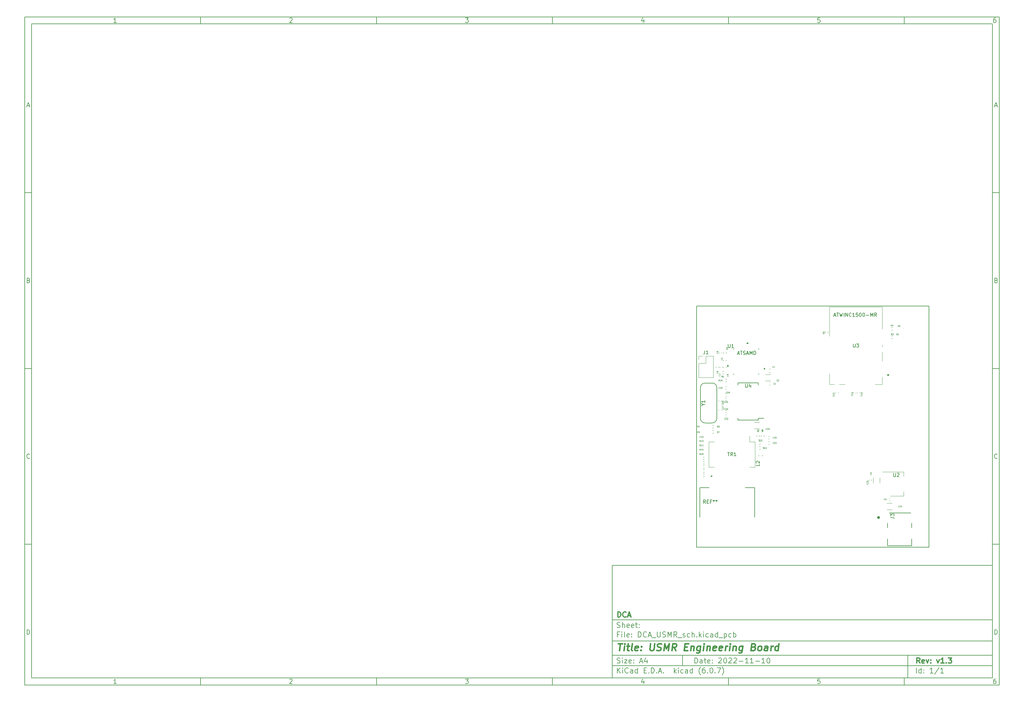
<source format=gbr>
%TF.GenerationSoftware,KiCad,Pcbnew,(6.0.7)*%
%TF.CreationDate,2022-11-15T16:12:34-05:00*%
%TF.ProjectId,DCA_USMR_sch,4443415f-5553-44d5-925f-7363682e6b69,v1.3*%
%TF.SameCoordinates,Original*%
%TF.FileFunction,Legend,Top*%
%TF.FilePolarity,Positive*%
%FSLAX46Y46*%
G04 Gerber Fmt 4.6, Leading zero omitted, Abs format (unit mm)*
G04 Created by KiCad (PCBNEW (6.0.7)) date 2022-11-15 16:12:34*
%MOMM*%
%LPD*%
G01*
G04 APERTURE LIST*
%ADD10C,0.100000*%
%ADD11C,0.150000*%
%ADD12C,0.300000*%
%ADD13C,0.400000*%
%TA.AperFunction,Profile*%
%ADD14C,0.200000*%
%TD*%
%ADD15C,0.120000*%
%ADD16C,0.250000*%
%ADD17C,0.127000*%
G04 APERTURE END LIST*
D10*
D11*
X177002200Y-166007200D02*
X177002200Y-198007200D01*
X285002200Y-198007200D01*
X285002200Y-166007200D01*
X177002200Y-166007200D01*
D10*
D11*
X10000000Y-10000000D02*
X10000000Y-200007200D01*
X287002200Y-200007200D01*
X287002200Y-10000000D01*
X10000000Y-10000000D01*
D10*
D11*
X12000000Y-12000000D02*
X12000000Y-198007200D01*
X285002200Y-198007200D01*
X285002200Y-12000000D01*
X12000000Y-12000000D01*
D10*
D11*
X60000000Y-12000000D02*
X60000000Y-10000000D01*
D10*
D11*
X110000000Y-12000000D02*
X110000000Y-10000000D01*
D10*
D11*
X160000000Y-12000000D02*
X160000000Y-10000000D01*
D10*
D11*
X210000000Y-12000000D02*
X210000000Y-10000000D01*
D10*
D11*
X260000000Y-12000000D02*
X260000000Y-10000000D01*
D10*
D11*
X36065476Y-11588095D02*
X35322619Y-11588095D01*
X35694047Y-11588095D02*
X35694047Y-10288095D01*
X35570238Y-10473809D01*
X35446428Y-10597619D01*
X35322619Y-10659523D01*
D10*
D11*
X85322619Y-10411904D02*
X85384523Y-10350000D01*
X85508333Y-10288095D01*
X85817857Y-10288095D01*
X85941666Y-10350000D01*
X86003571Y-10411904D01*
X86065476Y-10535714D01*
X86065476Y-10659523D01*
X86003571Y-10845238D01*
X85260714Y-11588095D01*
X86065476Y-11588095D01*
D10*
D11*
X135260714Y-10288095D02*
X136065476Y-10288095D01*
X135632142Y-10783333D01*
X135817857Y-10783333D01*
X135941666Y-10845238D01*
X136003571Y-10907142D01*
X136065476Y-11030952D01*
X136065476Y-11340476D01*
X136003571Y-11464285D01*
X135941666Y-11526190D01*
X135817857Y-11588095D01*
X135446428Y-11588095D01*
X135322619Y-11526190D01*
X135260714Y-11464285D01*
D10*
D11*
X185941666Y-10721428D02*
X185941666Y-11588095D01*
X185632142Y-10226190D02*
X185322619Y-11154761D01*
X186127380Y-11154761D01*
D10*
D11*
X236003571Y-10288095D02*
X235384523Y-10288095D01*
X235322619Y-10907142D01*
X235384523Y-10845238D01*
X235508333Y-10783333D01*
X235817857Y-10783333D01*
X235941666Y-10845238D01*
X236003571Y-10907142D01*
X236065476Y-11030952D01*
X236065476Y-11340476D01*
X236003571Y-11464285D01*
X235941666Y-11526190D01*
X235817857Y-11588095D01*
X235508333Y-11588095D01*
X235384523Y-11526190D01*
X235322619Y-11464285D01*
D10*
D11*
X285941666Y-10288095D02*
X285694047Y-10288095D01*
X285570238Y-10350000D01*
X285508333Y-10411904D01*
X285384523Y-10597619D01*
X285322619Y-10845238D01*
X285322619Y-11340476D01*
X285384523Y-11464285D01*
X285446428Y-11526190D01*
X285570238Y-11588095D01*
X285817857Y-11588095D01*
X285941666Y-11526190D01*
X286003571Y-11464285D01*
X286065476Y-11340476D01*
X286065476Y-11030952D01*
X286003571Y-10907142D01*
X285941666Y-10845238D01*
X285817857Y-10783333D01*
X285570238Y-10783333D01*
X285446428Y-10845238D01*
X285384523Y-10907142D01*
X285322619Y-11030952D01*
D10*
D11*
X60000000Y-198007200D02*
X60000000Y-200007200D01*
D10*
D11*
X110000000Y-198007200D02*
X110000000Y-200007200D01*
D10*
D11*
X160000000Y-198007200D02*
X160000000Y-200007200D01*
D10*
D11*
X210000000Y-198007200D02*
X210000000Y-200007200D01*
D10*
D11*
X260000000Y-198007200D02*
X260000000Y-200007200D01*
D10*
D11*
X36065476Y-199595295D02*
X35322619Y-199595295D01*
X35694047Y-199595295D02*
X35694047Y-198295295D01*
X35570238Y-198481009D01*
X35446428Y-198604819D01*
X35322619Y-198666723D01*
D10*
D11*
X85322619Y-198419104D02*
X85384523Y-198357200D01*
X85508333Y-198295295D01*
X85817857Y-198295295D01*
X85941666Y-198357200D01*
X86003571Y-198419104D01*
X86065476Y-198542914D01*
X86065476Y-198666723D01*
X86003571Y-198852438D01*
X85260714Y-199595295D01*
X86065476Y-199595295D01*
D10*
D11*
X135260714Y-198295295D02*
X136065476Y-198295295D01*
X135632142Y-198790533D01*
X135817857Y-198790533D01*
X135941666Y-198852438D01*
X136003571Y-198914342D01*
X136065476Y-199038152D01*
X136065476Y-199347676D01*
X136003571Y-199471485D01*
X135941666Y-199533390D01*
X135817857Y-199595295D01*
X135446428Y-199595295D01*
X135322619Y-199533390D01*
X135260714Y-199471485D01*
D10*
D11*
X185941666Y-198728628D02*
X185941666Y-199595295D01*
X185632142Y-198233390D02*
X185322619Y-199161961D01*
X186127380Y-199161961D01*
D10*
D11*
X236003571Y-198295295D02*
X235384523Y-198295295D01*
X235322619Y-198914342D01*
X235384523Y-198852438D01*
X235508333Y-198790533D01*
X235817857Y-198790533D01*
X235941666Y-198852438D01*
X236003571Y-198914342D01*
X236065476Y-199038152D01*
X236065476Y-199347676D01*
X236003571Y-199471485D01*
X235941666Y-199533390D01*
X235817857Y-199595295D01*
X235508333Y-199595295D01*
X235384523Y-199533390D01*
X235322619Y-199471485D01*
D10*
D11*
X285941666Y-198295295D02*
X285694047Y-198295295D01*
X285570238Y-198357200D01*
X285508333Y-198419104D01*
X285384523Y-198604819D01*
X285322619Y-198852438D01*
X285322619Y-199347676D01*
X285384523Y-199471485D01*
X285446428Y-199533390D01*
X285570238Y-199595295D01*
X285817857Y-199595295D01*
X285941666Y-199533390D01*
X286003571Y-199471485D01*
X286065476Y-199347676D01*
X286065476Y-199038152D01*
X286003571Y-198914342D01*
X285941666Y-198852438D01*
X285817857Y-198790533D01*
X285570238Y-198790533D01*
X285446428Y-198852438D01*
X285384523Y-198914342D01*
X285322619Y-199038152D01*
D10*
D11*
X10000000Y-60000000D02*
X12000000Y-60000000D01*
D10*
D11*
X10000000Y-110000000D02*
X12000000Y-110000000D01*
D10*
D11*
X10000000Y-160000000D02*
X12000000Y-160000000D01*
D10*
D11*
X10690476Y-35216666D02*
X11309523Y-35216666D01*
X10566666Y-35588095D02*
X11000000Y-34288095D01*
X11433333Y-35588095D01*
D10*
D11*
X11092857Y-84907142D02*
X11278571Y-84969047D01*
X11340476Y-85030952D01*
X11402380Y-85154761D01*
X11402380Y-85340476D01*
X11340476Y-85464285D01*
X11278571Y-85526190D01*
X11154761Y-85588095D01*
X10659523Y-85588095D01*
X10659523Y-84288095D01*
X11092857Y-84288095D01*
X11216666Y-84350000D01*
X11278571Y-84411904D01*
X11340476Y-84535714D01*
X11340476Y-84659523D01*
X11278571Y-84783333D01*
X11216666Y-84845238D01*
X11092857Y-84907142D01*
X10659523Y-84907142D01*
D10*
D11*
X11402380Y-135464285D02*
X11340476Y-135526190D01*
X11154761Y-135588095D01*
X11030952Y-135588095D01*
X10845238Y-135526190D01*
X10721428Y-135402380D01*
X10659523Y-135278571D01*
X10597619Y-135030952D01*
X10597619Y-134845238D01*
X10659523Y-134597619D01*
X10721428Y-134473809D01*
X10845238Y-134350000D01*
X11030952Y-134288095D01*
X11154761Y-134288095D01*
X11340476Y-134350000D01*
X11402380Y-134411904D01*
D10*
D11*
X10659523Y-185588095D02*
X10659523Y-184288095D01*
X10969047Y-184288095D01*
X11154761Y-184350000D01*
X11278571Y-184473809D01*
X11340476Y-184597619D01*
X11402380Y-184845238D01*
X11402380Y-185030952D01*
X11340476Y-185278571D01*
X11278571Y-185402380D01*
X11154761Y-185526190D01*
X10969047Y-185588095D01*
X10659523Y-185588095D01*
D10*
D11*
X287002200Y-60000000D02*
X285002200Y-60000000D01*
D10*
D11*
X287002200Y-110000000D02*
X285002200Y-110000000D01*
D10*
D11*
X287002200Y-160000000D02*
X285002200Y-160000000D01*
D10*
D11*
X285692676Y-35216666D02*
X286311723Y-35216666D01*
X285568866Y-35588095D02*
X286002200Y-34288095D01*
X286435533Y-35588095D01*
D10*
D11*
X286095057Y-84907142D02*
X286280771Y-84969047D01*
X286342676Y-85030952D01*
X286404580Y-85154761D01*
X286404580Y-85340476D01*
X286342676Y-85464285D01*
X286280771Y-85526190D01*
X286156961Y-85588095D01*
X285661723Y-85588095D01*
X285661723Y-84288095D01*
X286095057Y-84288095D01*
X286218866Y-84350000D01*
X286280771Y-84411904D01*
X286342676Y-84535714D01*
X286342676Y-84659523D01*
X286280771Y-84783333D01*
X286218866Y-84845238D01*
X286095057Y-84907142D01*
X285661723Y-84907142D01*
D10*
D11*
X286404580Y-135464285D02*
X286342676Y-135526190D01*
X286156961Y-135588095D01*
X286033152Y-135588095D01*
X285847438Y-135526190D01*
X285723628Y-135402380D01*
X285661723Y-135278571D01*
X285599819Y-135030952D01*
X285599819Y-134845238D01*
X285661723Y-134597619D01*
X285723628Y-134473809D01*
X285847438Y-134350000D01*
X286033152Y-134288095D01*
X286156961Y-134288095D01*
X286342676Y-134350000D01*
X286404580Y-134411904D01*
D10*
D11*
X285661723Y-185588095D02*
X285661723Y-184288095D01*
X285971247Y-184288095D01*
X286156961Y-184350000D01*
X286280771Y-184473809D01*
X286342676Y-184597619D01*
X286404580Y-184845238D01*
X286404580Y-185030952D01*
X286342676Y-185278571D01*
X286280771Y-185402380D01*
X286156961Y-185526190D01*
X285971247Y-185588095D01*
X285661723Y-185588095D01*
D10*
D11*
X200434342Y-193785771D02*
X200434342Y-192285771D01*
X200791485Y-192285771D01*
X201005771Y-192357200D01*
X201148628Y-192500057D01*
X201220057Y-192642914D01*
X201291485Y-192928628D01*
X201291485Y-193142914D01*
X201220057Y-193428628D01*
X201148628Y-193571485D01*
X201005771Y-193714342D01*
X200791485Y-193785771D01*
X200434342Y-193785771D01*
X202577200Y-193785771D02*
X202577200Y-193000057D01*
X202505771Y-192857200D01*
X202362914Y-192785771D01*
X202077200Y-192785771D01*
X201934342Y-192857200D01*
X202577200Y-193714342D02*
X202434342Y-193785771D01*
X202077200Y-193785771D01*
X201934342Y-193714342D01*
X201862914Y-193571485D01*
X201862914Y-193428628D01*
X201934342Y-193285771D01*
X202077200Y-193214342D01*
X202434342Y-193214342D01*
X202577200Y-193142914D01*
X203077200Y-192785771D02*
X203648628Y-192785771D01*
X203291485Y-192285771D02*
X203291485Y-193571485D01*
X203362914Y-193714342D01*
X203505771Y-193785771D01*
X203648628Y-193785771D01*
X204720057Y-193714342D02*
X204577200Y-193785771D01*
X204291485Y-193785771D01*
X204148628Y-193714342D01*
X204077200Y-193571485D01*
X204077200Y-193000057D01*
X204148628Y-192857200D01*
X204291485Y-192785771D01*
X204577200Y-192785771D01*
X204720057Y-192857200D01*
X204791485Y-193000057D01*
X204791485Y-193142914D01*
X204077200Y-193285771D01*
X205434342Y-193642914D02*
X205505771Y-193714342D01*
X205434342Y-193785771D01*
X205362914Y-193714342D01*
X205434342Y-193642914D01*
X205434342Y-193785771D01*
X205434342Y-192857200D02*
X205505771Y-192928628D01*
X205434342Y-193000057D01*
X205362914Y-192928628D01*
X205434342Y-192857200D01*
X205434342Y-193000057D01*
X207220057Y-192428628D02*
X207291485Y-192357200D01*
X207434342Y-192285771D01*
X207791485Y-192285771D01*
X207934342Y-192357200D01*
X208005771Y-192428628D01*
X208077200Y-192571485D01*
X208077200Y-192714342D01*
X208005771Y-192928628D01*
X207148628Y-193785771D01*
X208077200Y-193785771D01*
X209005771Y-192285771D02*
X209148628Y-192285771D01*
X209291485Y-192357200D01*
X209362914Y-192428628D01*
X209434342Y-192571485D01*
X209505771Y-192857200D01*
X209505771Y-193214342D01*
X209434342Y-193500057D01*
X209362914Y-193642914D01*
X209291485Y-193714342D01*
X209148628Y-193785771D01*
X209005771Y-193785771D01*
X208862914Y-193714342D01*
X208791485Y-193642914D01*
X208720057Y-193500057D01*
X208648628Y-193214342D01*
X208648628Y-192857200D01*
X208720057Y-192571485D01*
X208791485Y-192428628D01*
X208862914Y-192357200D01*
X209005771Y-192285771D01*
X210077200Y-192428628D02*
X210148628Y-192357200D01*
X210291485Y-192285771D01*
X210648628Y-192285771D01*
X210791485Y-192357200D01*
X210862914Y-192428628D01*
X210934342Y-192571485D01*
X210934342Y-192714342D01*
X210862914Y-192928628D01*
X210005771Y-193785771D01*
X210934342Y-193785771D01*
X211505771Y-192428628D02*
X211577200Y-192357200D01*
X211720057Y-192285771D01*
X212077200Y-192285771D01*
X212220057Y-192357200D01*
X212291485Y-192428628D01*
X212362914Y-192571485D01*
X212362914Y-192714342D01*
X212291485Y-192928628D01*
X211434342Y-193785771D01*
X212362914Y-193785771D01*
X213005771Y-193214342D02*
X214148628Y-193214342D01*
X215648628Y-193785771D02*
X214791485Y-193785771D01*
X215220057Y-193785771D02*
X215220057Y-192285771D01*
X215077200Y-192500057D01*
X214934342Y-192642914D01*
X214791485Y-192714342D01*
X217077200Y-193785771D02*
X216220057Y-193785771D01*
X216648628Y-193785771D02*
X216648628Y-192285771D01*
X216505771Y-192500057D01*
X216362914Y-192642914D01*
X216220057Y-192714342D01*
X217720057Y-193214342D02*
X218862914Y-193214342D01*
X220362914Y-193785771D02*
X219505771Y-193785771D01*
X219934342Y-193785771D02*
X219934342Y-192285771D01*
X219791485Y-192500057D01*
X219648628Y-192642914D01*
X219505771Y-192714342D01*
X221291485Y-192285771D02*
X221434342Y-192285771D01*
X221577200Y-192357200D01*
X221648628Y-192428628D01*
X221720057Y-192571485D01*
X221791485Y-192857200D01*
X221791485Y-193214342D01*
X221720057Y-193500057D01*
X221648628Y-193642914D01*
X221577200Y-193714342D01*
X221434342Y-193785771D01*
X221291485Y-193785771D01*
X221148628Y-193714342D01*
X221077200Y-193642914D01*
X221005771Y-193500057D01*
X220934342Y-193214342D01*
X220934342Y-192857200D01*
X221005771Y-192571485D01*
X221077200Y-192428628D01*
X221148628Y-192357200D01*
X221291485Y-192285771D01*
D10*
D11*
X177002200Y-194507200D02*
X285002200Y-194507200D01*
D10*
D11*
X178434342Y-196585771D02*
X178434342Y-195085771D01*
X179291485Y-196585771D02*
X178648628Y-195728628D01*
X179291485Y-195085771D02*
X178434342Y-195942914D01*
X179934342Y-196585771D02*
X179934342Y-195585771D01*
X179934342Y-195085771D02*
X179862914Y-195157200D01*
X179934342Y-195228628D01*
X180005771Y-195157200D01*
X179934342Y-195085771D01*
X179934342Y-195228628D01*
X181505771Y-196442914D02*
X181434342Y-196514342D01*
X181220057Y-196585771D01*
X181077200Y-196585771D01*
X180862914Y-196514342D01*
X180720057Y-196371485D01*
X180648628Y-196228628D01*
X180577200Y-195942914D01*
X180577200Y-195728628D01*
X180648628Y-195442914D01*
X180720057Y-195300057D01*
X180862914Y-195157200D01*
X181077200Y-195085771D01*
X181220057Y-195085771D01*
X181434342Y-195157200D01*
X181505771Y-195228628D01*
X182791485Y-196585771D02*
X182791485Y-195800057D01*
X182720057Y-195657200D01*
X182577200Y-195585771D01*
X182291485Y-195585771D01*
X182148628Y-195657200D01*
X182791485Y-196514342D02*
X182648628Y-196585771D01*
X182291485Y-196585771D01*
X182148628Y-196514342D01*
X182077200Y-196371485D01*
X182077200Y-196228628D01*
X182148628Y-196085771D01*
X182291485Y-196014342D01*
X182648628Y-196014342D01*
X182791485Y-195942914D01*
X184148628Y-196585771D02*
X184148628Y-195085771D01*
X184148628Y-196514342D02*
X184005771Y-196585771D01*
X183720057Y-196585771D01*
X183577200Y-196514342D01*
X183505771Y-196442914D01*
X183434342Y-196300057D01*
X183434342Y-195871485D01*
X183505771Y-195728628D01*
X183577200Y-195657200D01*
X183720057Y-195585771D01*
X184005771Y-195585771D01*
X184148628Y-195657200D01*
X186005771Y-195800057D02*
X186505771Y-195800057D01*
X186720057Y-196585771D02*
X186005771Y-196585771D01*
X186005771Y-195085771D01*
X186720057Y-195085771D01*
X187362914Y-196442914D02*
X187434342Y-196514342D01*
X187362914Y-196585771D01*
X187291485Y-196514342D01*
X187362914Y-196442914D01*
X187362914Y-196585771D01*
X188077200Y-196585771D02*
X188077200Y-195085771D01*
X188434342Y-195085771D01*
X188648628Y-195157200D01*
X188791485Y-195300057D01*
X188862914Y-195442914D01*
X188934342Y-195728628D01*
X188934342Y-195942914D01*
X188862914Y-196228628D01*
X188791485Y-196371485D01*
X188648628Y-196514342D01*
X188434342Y-196585771D01*
X188077200Y-196585771D01*
X189577200Y-196442914D02*
X189648628Y-196514342D01*
X189577200Y-196585771D01*
X189505771Y-196514342D01*
X189577200Y-196442914D01*
X189577200Y-196585771D01*
X190220057Y-196157200D02*
X190934342Y-196157200D01*
X190077200Y-196585771D02*
X190577200Y-195085771D01*
X191077200Y-196585771D01*
X191577200Y-196442914D02*
X191648628Y-196514342D01*
X191577200Y-196585771D01*
X191505771Y-196514342D01*
X191577200Y-196442914D01*
X191577200Y-196585771D01*
X194577200Y-196585771D02*
X194577200Y-195085771D01*
X194720057Y-196014342D02*
X195148628Y-196585771D01*
X195148628Y-195585771D02*
X194577200Y-196157200D01*
X195791485Y-196585771D02*
X195791485Y-195585771D01*
X195791485Y-195085771D02*
X195720057Y-195157200D01*
X195791485Y-195228628D01*
X195862914Y-195157200D01*
X195791485Y-195085771D01*
X195791485Y-195228628D01*
X197148628Y-196514342D02*
X197005771Y-196585771D01*
X196720057Y-196585771D01*
X196577200Y-196514342D01*
X196505771Y-196442914D01*
X196434342Y-196300057D01*
X196434342Y-195871485D01*
X196505771Y-195728628D01*
X196577200Y-195657200D01*
X196720057Y-195585771D01*
X197005771Y-195585771D01*
X197148628Y-195657200D01*
X198434342Y-196585771D02*
X198434342Y-195800057D01*
X198362914Y-195657200D01*
X198220057Y-195585771D01*
X197934342Y-195585771D01*
X197791485Y-195657200D01*
X198434342Y-196514342D02*
X198291485Y-196585771D01*
X197934342Y-196585771D01*
X197791485Y-196514342D01*
X197720057Y-196371485D01*
X197720057Y-196228628D01*
X197791485Y-196085771D01*
X197934342Y-196014342D01*
X198291485Y-196014342D01*
X198434342Y-195942914D01*
X199791485Y-196585771D02*
X199791485Y-195085771D01*
X199791485Y-196514342D02*
X199648628Y-196585771D01*
X199362914Y-196585771D01*
X199220057Y-196514342D01*
X199148628Y-196442914D01*
X199077200Y-196300057D01*
X199077200Y-195871485D01*
X199148628Y-195728628D01*
X199220057Y-195657200D01*
X199362914Y-195585771D01*
X199648628Y-195585771D01*
X199791485Y-195657200D01*
X202077200Y-197157200D02*
X202005771Y-197085771D01*
X201862914Y-196871485D01*
X201791485Y-196728628D01*
X201720057Y-196514342D01*
X201648628Y-196157200D01*
X201648628Y-195871485D01*
X201720057Y-195514342D01*
X201791485Y-195300057D01*
X201862914Y-195157200D01*
X202005771Y-194942914D01*
X202077200Y-194871485D01*
X203291485Y-195085771D02*
X203005771Y-195085771D01*
X202862914Y-195157200D01*
X202791485Y-195228628D01*
X202648628Y-195442914D01*
X202577200Y-195728628D01*
X202577200Y-196300057D01*
X202648628Y-196442914D01*
X202720057Y-196514342D01*
X202862914Y-196585771D01*
X203148628Y-196585771D01*
X203291485Y-196514342D01*
X203362914Y-196442914D01*
X203434342Y-196300057D01*
X203434342Y-195942914D01*
X203362914Y-195800057D01*
X203291485Y-195728628D01*
X203148628Y-195657200D01*
X202862914Y-195657200D01*
X202720057Y-195728628D01*
X202648628Y-195800057D01*
X202577200Y-195942914D01*
X204077200Y-196442914D02*
X204148628Y-196514342D01*
X204077200Y-196585771D01*
X204005771Y-196514342D01*
X204077200Y-196442914D01*
X204077200Y-196585771D01*
X205077200Y-195085771D02*
X205220057Y-195085771D01*
X205362914Y-195157200D01*
X205434342Y-195228628D01*
X205505771Y-195371485D01*
X205577200Y-195657200D01*
X205577200Y-196014342D01*
X205505771Y-196300057D01*
X205434342Y-196442914D01*
X205362914Y-196514342D01*
X205220057Y-196585771D01*
X205077200Y-196585771D01*
X204934342Y-196514342D01*
X204862914Y-196442914D01*
X204791485Y-196300057D01*
X204720057Y-196014342D01*
X204720057Y-195657200D01*
X204791485Y-195371485D01*
X204862914Y-195228628D01*
X204934342Y-195157200D01*
X205077200Y-195085771D01*
X206220057Y-196442914D02*
X206291485Y-196514342D01*
X206220057Y-196585771D01*
X206148628Y-196514342D01*
X206220057Y-196442914D01*
X206220057Y-196585771D01*
X206791485Y-195085771D02*
X207791485Y-195085771D01*
X207148628Y-196585771D01*
X208220057Y-197157200D02*
X208291485Y-197085771D01*
X208434342Y-196871485D01*
X208505771Y-196728628D01*
X208577200Y-196514342D01*
X208648628Y-196157200D01*
X208648628Y-195871485D01*
X208577200Y-195514342D01*
X208505771Y-195300057D01*
X208434342Y-195157200D01*
X208291485Y-194942914D01*
X208220057Y-194871485D01*
D10*
D11*
X177002200Y-191507200D02*
X285002200Y-191507200D01*
D10*
D12*
X264411485Y-193785771D02*
X263911485Y-193071485D01*
X263554342Y-193785771D02*
X263554342Y-192285771D01*
X264125771Y-192285771D01*
X264268628Y-192357200D01*
X264340057Y-192428628D01*
X264411485Y-192571485D01*
X264411485Y-192785771D01*
X264340057Y-192928628D01*
X264268628Y-193000057D01*
X264125771Y-193071485D01*
X263554342Y-193071485D01*
X265625771Y-193714342D02*
X265482914Y-193785771D01*
X265197200Y-193785771D01*
X265054342Y-193714342D01*
X264982914Y-193571485D01*
X264982914Y-193000057D01*
X265054342Y-192857200D01*
X265197200Y-192785771D01*
X265482914Y-192785771D01*
X265625771Y-192857200D01*
X265697200Y-193000057D01*
X265697200Y-193142914D01*
X264982914Y-193285771D01*
X266197200Y-192785771D02*
X266554342Y-193785771D01*
X266911485Y-192785771D01*
X267482914Y-193642914D02*
X267554342Y-193714342D01*
X267482914Y-193785771D01*
X267411485Y-193714342D01*
X267482914Y-193642914D01*
X267482914Y-193785771D01*
X267482914Y-192857200D02*
X267554342Y-192928628D01*
X267482914Y-193000057D01*
X267411485Y-192928628D01*
X267482914Y-192857200D01*
X267482914Y-193000057D01*
X269197200Y-192785771D02*
X269554342Y-193785771D01*
X269911485Y-192785771D01*
X271268628Y-193785771D02*
X270411485Y-193785771D01*
X270840057Y-193785771D02*
X270840057Y-192285771D01*
X270697200Y-192500057D01*
X270554342Y-192642914D01*
X270411485Y-192714342D01*
X271911485Y-193642914D02*
X271982914Y-193714342D01*
X271911485Y-193785771D01*
X271840057Y-193714342D01*
X271911485Y-193642914D01*
X271911485Y-193785771D01*
X272482914Y-192285771D02*
X273411485Y-192285771D01*
X272911485Y-192857200D01*
X273125771Y-192857200D01*
X273268628Y-192928628D01*
X273340057Y-193000057D01*
X273411485Y-193142914D01*
X273411485Y-193500057D01*
X273340057Y-193642914D01*
X273268628Y-193714342D01*
X273125771Y-193785771D01*
X272697200Y-193785771D01*
X272554342Y-193714342D01*
X272482914Y-193642914D01*
D10*
D11*
X178362914Y-193714342D02*
X178577200Y-193785771D01*
X178934342Y-193785771D01*
X179077200Y-193714342D01*
X179148628Y-193642914D01*
X179220057Y-193500057D01*
X179220057Y-193357200D01*
X179148628Y-193214342D01*
X179077200Y-193142914D01*
X178934342Y-193071485D01*
X178648628Y-193000057D01*
X178505771Y-192928628D01*
X178434342Y-192857200D01*
X178362914Y-192714342D01*
X178362914Y-192571485D01*
X178434342Y-192428628D01*
X178505771Y-192357200D01*
X178648628Y-192285771D01*
X179005771Y-192285771D01*
X179220057Y-192357200D01*
X179862914Y-193785771D02*
X179862914Y-192785771D01*
X179862914Y-192285771D02*
X179791485Y-192357200D01*
X179862914Y-192428628D01*
X179934342Y-192357200D01*
X179862914Y-192285771D01*
X179862914Y-192428628D01*
X180434342Y-192785771D02*
X181220057Y-192785771D01*
X180434342Y-193785771D01*
X181220057Y-193785771D01*
X182362914Y-193714342D02*
X182220057Y-193785771D01*
X181934342Y-193785771D01*
X181791485Y-193714342D01*
X181720057Y-193571485D01*
X181720057Y-193000057D01*
X181791485Y-192857200D01*
X181934342Y-192785771D01*
X182220057Y-192785771D01*
X182362914Y-192857200D01*
X182434342Y-193000057D01*
X182434342Y-193142914D01*
X181720057Y-193285771D01*
X183077200Y-193642914D02*
X183148628Y-193714342D01*
X183077200Y-193785771D01*
X183005771Y-193714342D01*
X183077200Y-193642914D01*
X183077200Y-193785771D01*
X183077200Y-192857200D02*
X183148628Y-192928628D01*
X183077200Y-193000057D01*
X183005771Y-192928628D01*
X183077200Y-192857200D01*
X183077200Y-193000057D01*
X184862914Y-193357200D02*
X185577200Y-193357200D01*
X184720057Y-193785771D02*
X185220057Y-192285771D01*
X185720057Y-193785771D01*
X186862914Y-192785771D02*
X186862914Y-193785771D01*
X186505771Y-192214342D02*
X186148628Y-193285771D01*
X187077200Y-193285771D01*
D10*
D11*
X263434342Y-196585771D02*
X263434342Y-195085771D01*
X264791485Y-196585771D02*
X264791485Y-195085771D01*
X264791485Y-196514342D02*
X264648628Y-196585771D01*
X264362914Y-196585771D01*
X264220057Y-196514342D01*
X264148628Y-196442914D01*
X264077200Y-196300057D01*
X264077200Y-195871485D01*
X264148628Y-195728628D01*
X264220057Y-195657200D01*
X264362914Y-195585771D01*
X264648628Y-195585771D01*
X264791485Y-195657200D01*
X265505771Y-196442914D02*
X265577200Y-196514342D01*
X265505771Y-196585771D01*
X265434342Y-196514342D01*
X265505771Y-196442914D01*
X265505771Y-196585771D01*
X265505771Y-195657200D02*
X265577200Y-195728628D01*
X265505771Y-195800057D01*
X265434342Y-195728628D01*
X265505771Y-195657200D01*
X265505771Y-195800057D01*
X268148628Y-196585771D02*
X267291485Y-196585771D01*
X267720057Y-196585771D02*
X267720057Y-195085771D01*
X267577200Y-195300057D01*
X267434342Y-195442914D01*
X267291485Y-195514342D01*
X269862914Y-195014342D02*
X268577200Y-196942914D01*
X271148628Y-196585771D02*
X270291485Y-196585771D01*
X270720057Y-196585771D02*
X270720057Y-195085771D01*
X270577200Y-195300057D01*
X270434342Y-195442914D01*
X270291485Y-195514342D01*
D10*
D11*
X177002200Y-187507200D02*
X285002200Y-187507200D01*
D10*
D13*
X178714580Y-188211961D02*
X179857438Y-188211961D01*
X179036009Y-190211961D02*
X179286009Y-188211961D01*
X180274104Y-190211961D02*
X180440771Y-188878628D01*
X180524104Y-188211961D02*
X180416961Y-188307200D01*
X180500295Y-188402438D01*
X180607438Y-188307200D01*
X180524104Y-188211961D01*
X180500295Y-188402438D01*
X181107438Y-188878628D02*
X181869342Y-188878628D01*
X181476485Y-188211961D02*
X181262200Y-189926247D01*
X181333628Y-190116723D01*
X181512200Y-190211961D01*
X181702676Y-190211961D01*
X182655057Y-190211961D02*
X182476485Y-190116723D01*
X182405057Y-189926247D01*
X182619342Y-188211961D01*
X184190771Y-190116723D02*
X183988390Y-190211961D01*
X183607438Y-190211961D01*
X183428866Y-190116723D01*
X183357438Y-189926247D01*
X183452676Y-189164342D01*
X183571723Y-188973866D01*
X183774104Y-188878628D01*
X184155057Y-188878628D01*
X184333628Y-188973866D01*
X184405057Y-189164342D01*
X184381247Y-189354819D01*
X183405057Y-189545295D01*
X185155057Y-190021485D02*
X185238390Y-190116723D01*
X185131247Y-190211961D01*
X185047914Y-190116723D01*
X185155057Y-190021485D01*
X185131247Y-190211961D01*
X185286009Y-188973866D02*
X185369342Y-189069104D01*
X185262200Y-189164342D01*
X185178866Y-189069104D01*
X185286009Y-188973866D01*
X185262200Y-189164342D01*
X187857438Y-188211961D02*
X187655057Y-189831009D01*
X187726485Y-190021485D01*
X187809819Y-190116723D01*
X187988390Y-190211961D01*
X188369342Y-190211961D01*
X188571723Y-190116723D01*
X188678866Y-190021485D01*
X188797914Y-189831009D01*
X189000295Y-188211961D01*
X189619342Y-190116723D02*
X189893152Y-190211961D01*
X190369342Y-190211961D01*
X190571723Y-190116723D01*
X190678866Y-190021485D01*
X190797914Y-189831009D01*
X190821723Y-189640533D01*
X190750295Y-189450057D01*
X190666961Y-189354819D01*
X190488390Y-189259580D01*
X190119342Y-189164342D01*
X189940771Y-189069104D01*
X189857438Y-188973866D01*
X189786009Y-188783390D01*
X189809819Y-188592914D01*
X189928866Y-188402438D01*
X190036009Y-188307200D01*
X190238390Y-188211961D01*
X190714580Y-188211961D01*
X190988390Y-188307200D01*
X191607438Y-190211961D02*
X191857438Y-188211961D01*
X192345533Y-189640533D01*
X193190771Y-188211961D01*
X192940771Y-190211961D01*
X195036009Y-190211961D02*
X194488390Y-189259580D01*
X193893152Y-190211961D02*
X194143152Y-188211961D01*
X194905057Y-188211961D01*
X195083628Y-188307200D01*
X195166961Y-188402438D01*
X195238390Y-188592914D01*
X195202676Y-188878628D01*
X195083628Y-189069104D01*
X194976485Y-189164342D01*
X194774104Y-189259580D01*
X194012200Y-189259580D01*
X197547914Y-189164342D02*
X198214580Y-189164342D01*
X198369342Y-190211961D02*
X197416961Y-190211961D01*
X197666961Y-188211961D01*
X198619342Y-188211961D01*
X199393152Y-188878628D02*
X199226485Y-190211961D01*
X199369342Y-189069104D02*
X199476485Y-188973866D01*
X199678866Y-188878628D01*
X199964580Y-188878628D01*
X200143152Y-188973866D01*
X200214580Y-189164342D01*
X200083628Y-190211961D01*
X202059819Y-188878628D02*
X201857438Y-190497676D01*
X201738390Y-190688152D01*
X201631247Y-190783390D01*
X201428866Y-190878628D01*
X201143152Y-190878628D01*
X200964580Y-190783390D01*
X201905057Y-190116723D02*
X201702676Y-190211961D01*
X201321723Y-190211961D01*
X201143152Y-190116723D01*
X201059819Y-190021485D01*
X200988390Y-189831009D01*
X201059819Y-189259580D01*
X201178866Y-189069104D01*
X201286009Y-188973866D01*
X201488390Y-188878628D01*
X201869342Y-188878628D01*
X202047914Y-188973866D01*
X202845533Y-190211961D02*
X203012200Y-188878628D01*
X203095533Y-188211961D02*
X202988390Y-188307200D01*
X203071723Y-188402438D01*
X203178866Y-188307200D01*
X203095533Y-188211961D01*
X203071723Y-188402438D01*
X203964580Y-188878628D02*
X203797914Y-190211961D01*
X203940771Y-189069104D02*
X204047914Y-188973866D01*
X204250295Y-188878628D01*
X204536009Y-188878628D01*
X204714580Y-188973866D01*
X204786009Y-189164342D01*
X204655057Y-190211961D01*
X206381247Y-190116723D02*
X206178866Y-190211961D01*
X205797914Y-190211961D01*
X205619342Y-190116723D01*
X205547914Y-189926247D01*
X205643152Y-189164342D01*
X205762200Y-188973866D01*
X205964580Y-188878628D01*
X206345533Y-188878628D01*
X206524104Y-188973866D01*
X206595533Y-189164342D01*
X206571723Y-189354819D01*
X205595533Y-189545295D01*
X208095533Y-190116723D02*
X207893152Y-190211961D01*
X207512200Y-190211961D01*
X207333628Y-190116723D01*
X207262200Y-189926247D01*
X207357438Y-189164342D01*
X207476485Y-188973866D01*
X207678866Y-188878628D01*
X208059819Y-188878628D01*
X208238390Y-188973866D01*
X208309819Y-189164342D01*
X208286009Y-189354819D01*
X207309819Y-189545295D01*
X209036009Y-190211961D02*
X209202676Y-188878628D01*
X209155057Y-189259580D02*
X209274104Y-189069104D01*
X209381247Y-188973866D01*
X209583628Y-188878628D01*
X209774104Y-188878628D01*
X210274104Y-190211961D02*
X210440771Y-188878628D01*
X210524104Y-188211961D02*
X210416961Y-188307200D01*
X210500295Y-188402438D01*
X210607438Y-188307200D01*
X210524104Y-188211961D01*
X210500295Y-188402438D01*
X211393152Y-188878628D02*
X211226485Y-190211961D01*
X211369342Y-189069104D02*
X211476485Y-188973866D01*
X211678866Y-188878628D01*
X211964580Y-188878628D01*
X212143152Y-188973866D01*
X212214580Y-189164342D01*
X212083628Y-190211961D01*
X214059819Y-188878628D02*
X213857438Y-190497676D01*
X213738390Y-190688152D01*
X213631247Y-190783390D01*
X213428866Y-190878628D01*
X213143152Y-190878628D01*
X212964580Y-190783390D01*
X213905057Y-190116723D02*
X213702676Y-190211961D01*
X213321723Y-190211961D01*
X213143152Y-190116723D01*
X213059819Y-190021485D01*
X212988390Y-189831009D01*
X213059819Y-189259580D01*
X213178866Y-189069104D01*
X213286009Y-188973866D01*
X213488390Y-188878628D01*
X213869342Y-188878628D01*
X214047914Y-188973866D01*
X217166961Y-189164342D02*
X217440771Y-189259580D01*
X217524104Y-189354819D01*
X217595533Y-189545295D01*
X217559819Y-189831009D01*
X217440771Y-190021485D01*
X217333628Y-190116723D01*
X217131247Y-190211961D01*
X216369342Y-190211961D01*
X216619342Y-188211961D01*
X217286009Y-188211961D01*
X217464580Y-188307200D01*
X217547914Y-188402438D01*
X217619342Y-188592914D01*
X217595533Y-188783390D01*
X217476485Y-188973866D01*
X217369342Y-189069104D01*
X217166961Y-189164342D01*
X216500295Y-189164342D01*
X218655057Y-190211961D02*
X218476485Y-190116723D01*
X218393152Y-190021485D01*
X218321723Y-189831009D01*
X218393152Y-189259580D01*
X218512200Y-189069104D01*
X218619342Y-188973866D01*
X218821723Y-188878628D01*
X219107438Y-188878628D01*
X219286009Y-188973866D01*
X219369342Y-189069104D01*
X219440771Y-189259580D01*
X219369342Y-189831009D01*
X219250295Y-190021485D01*
X219143152Y-190116723D01*
X218940771Y-190211961D01*
X218655057Y-190211961D01*
X221036009Y-190211961D02*
X221166961Y-189164342D01*
X221095533Y-188973866D01*
X220916961Y-188878628D01*
X220536009Y-188878628D01*
X220333628Y-188973866D01*
X221047914Y-190116723D02*
X220845533Y-190211961D01*
X220369342Y-190211961D01*
X220190771Y-190116723D01*
X220119342Y-189926247D01*
X220143152Y-189735771D01*
X220262200Y-189545295D01*
X220464580Y-189450057D01*
X220940771Y-189450057D01*
X221143152Y-189354819D01*
X221988390Y-190211961D02*
X222155057Y-188878628D01*
X222107438Y-189259580D02*
X222226485Y-189069104D01*
X222333628Y-188973866D01*
X222536009Y-188878628D01*
X222726485Y-188878628D01*
X224083628Y-190211961D02*
X224333628Y-188211961D01*
X224095533Y-190116723D02*
X223893152Y-190211961D01*
X223512199Y-190211961D01*
X223333628Y-190116723D01*
X223250295Y-190021485D01*
X223178866Y-189831009D01*
X223250295Y-189259580D01*
X223369342Y-189069104D01*
X223476485Y-188973866D01*
X223678866Y-188878628D01*
X224059819Y-188878628D01*
X224238390Y-188973866D01*
D10*
D11*
X178934342Y-185600057D02*
X178434342Y-185600057D01*
X178434342Y-186385771D02*
X178434342Y-184885771D01*
X179148628Y-184885771D01*
X179720057Y-186385771D02*
X179720057Y-185385771D01*
X179720057Y-184885771D02*
X179648628Y-184957200D01*
X179720057Y-185028628D01*
X179791485Y-184957200D01*
X179720057Y-184885771D01*
X179720057Y-185028628D01*
X180648628Y-186385771D02*
X180505771Y-186314342D01*
X180434342Y-186171485D01*
X180434342Y-184885771D01*
X181791485Y-186314342D02*
X181648628Y-186385771D01*
X181362914Y-186385771D01*
X181220057Y-186314342D01*
X181148628Y-186171485D01*
X181148628Y-185600057D01*
X181220057Y-185457200D01*
X181362914Y-185385771D01*
X181648628Y-185385771D01*
X181791485Y-185457200D01*
X181862914Y-185600057D01*
X181862914Y-185742914D01*
X181148628Y-185885771D01*
X182505771Y-186242914D02*
X182577200Y-186314342D01*
X182505771Y-186385771D01*
X182434342Y-186314342D01*
X182505771Y-186242914D01*
X182505771Y-186385771D01*
X182505771Y-185457200D02*
X182577200Y-185528628D01*
X182505771Y-185600057D01*
X182434342Y-185528628D01*
X182505771Y-185457200D01*
X182505771Y-185600057D01*
X184362914Y-186385771D02*
X184362914Y-184885771D01*
X184720057Y-184885771D01*
X184934342Y-184957200D01*
X185077200Y-185100057D01*
X185148628Y-185242914D01*
X185220057Y-185528628D01*
X185220057Y-185742914D01*
X185148628Y-186028628D01*
X185077200Y-186171485D01*
X184934342Y-186314342D01*
X184720057Y-186385771D01*
X184362914Y-186385771D01*
X186720057Y-186242914D02*
X186648628Y-186314342D01*
X186434342Y-186385771D01*
X186291485Y-186385771D01*
X186077200Y-186314342D01*
X185934342Y-186171485D01*
X185862914Y-186028628D01*
X185791485Y-185742914D01*
X185791485Y-185528628D01*
X185862914Y-185242914D01*
X185934342Y-185100057D01*
X186077200Y-184957200D01*
X186291485Y-184885771D01*
X186434342Y-184885771D01*
X186648628Y-184957200D01*
X186720057Y-185028628D01*
X187291485Y-185957200D02*
X188005771Y-185957200D01*
X187148628Y-186385771D02*
X187648628Y-184885771D01*
X188148628Y-186385771D01*
X188291485Y-186528628D02*
X189434342Y-186528628D01*
X189791485Y-184885771D02*
X189791485Y-186100057D01*
X189862914Y-186242914D01*
X189934342Y-186314342D01*
X190077200Y-186385771D01*
X190362914Y-186385771D01*
X190505771Y-186314342D01*
X190577200Y-186242914D01*
X190648628Y-186100057D01*
X190648628Y-184885771D01*
X191291485Y-186314342D02*
X191505771Y-186385771D01*
X191862914Y-186385771D01*
X192005771Y-186314342D01*
X192077200Y-186242914D01*
X192148628Y-186100057D01*
X192148628Y-185957200D01*
X192077200Y-185814342D01*
X192005771Y-185742914D01*
X191862914Y-185671485D01*
X191577200Y-185600057D01*
X191434342Y-185528628D01*
X191362914Y-185457200D01*
X191291485Y-185314342D01*
X191291485Y-185171485D01*
X191362914Y-185028628D01*
X191434342Y-184957200D01*
X191577200Y-184885771D01*
X191934342Y-184885771D01*
X192148628Y-184957200D01*
X192791485Y-186385771D02*
X192791485Y-184885771D01*
X193291485Y-185957200D01*
X193791485Y-184885771D01*
X193791485Y-186385771D01*
X195362914Y-186385771D02*
X194862914Y-185671485D01*
X194505771Y-186385771D02*
X194505771Y-184885771D01*
X195077200Y-184885771D01*
X195220057Y-184957200D01*
X195291485Y-185028628D01*
X195362914Y-185171485D01*
X195362914Y-185385771D01*
X195291485Y-185528628D01*
X195220057Y-185600057D01*
X195077200Y-185671485D01*
X194505771Y-185671485D01*
X195648628Y-186528628D02*
X196791485Y-186528628D01*
X197077200Y-186314342D02*
X197220057Y-186385771D01*
X197505771Y-186385771D01*
X197648628Y-186314342D01*
X197720057Y-186171485D01*
X197720057Y-186100057D01*
X197648628Y-185957200D01*
X197505771Y-185885771D01*
X197291485Y-185885771D01*
X197148628Y-185814342D01*
X197077200Y-185671485D01*
X197077200Y-185600057D01*
X197148628Y-185457200D01*
X197291485Y-185385771D01*
X197505771Y-185385771D01*
X197648628Y-185457200D01*
X199005771Y-186314342D02*
X198862914Y-186385771D01*
X198577200Y-186385771D01*
X198434342Y-186314342D01*
X198362914Y-186242914D01*
X198291485Y-186100057D01*
X198291485Y-185671485D01*
X198362914Y-185528628D01*
X198434342Y-185457200D01*
X198577200Y-185385771D01*
X198862914Y-185385771D01*
X199005771Y-185457200D01*
X199648628Y-186385771D02*
X199648628Y-184885771D01*
X200291485Y-186385771D02*
X200291485Y-185600057D01*
X200220057Y-185457200D01*
X200077200Y-185385771D01*
X199862914Y-185385771D01*
X199720057Y-185457200D01*
X199648628Y-185528628D01*
X201005771Y-186242914D02*
X201077200Y-186314342D01*
X201005771Y-186385771D01*
X200934342Y-186314342D01*
X201005771Y-186242914D01*
X201005771Y-186385771D01*
X201720057Y-186385771D02*
X201720057Y-184885771D01*
X201862914Y-185814342D02*
X202291485Y-186385771D01*
X202291485Y-185385771D02*
X201720057Y-185957200D01*
X202934342Y-186385771D02*
X202934342Y-185385771D01*
X202934342Y-184885771D02*
X202862914Y-184957200D01*
X202934342Y-185028628D01*
X203005771Y-184957200D01*
X202934342Y-184885771D01*
X202934342Y-185028628D01*
X204291485Y-186314342D02*
X204148628Y-186385771D01*
X203862914Y-186385771D01*
X203720057Y-186314342D01*
X203648628Y-186242914D01*
X203577200Y-186100057D01*
X203577200Y-185671485D01*
X203648628Y-185528628D01*
X203720057Y-185457200D01*
X203862914Y-185385771D01*
X204148628Y-185385771D01*
X204291485Y-185457200D01*
X205577200Y-186385771D02*
X205577200Y-185600057D01*
X205505771Y-185457200D01*
X205362914Y-185385771D01*
X205077200Y-185385771D01*
X204934342Y-185457200D01*
X205577200Y-186314342D02*
X205434342Y-186385771D01*
X205077200Y-186385771D01*
X204934342Y-186314342D01*
X204862914Y-186171485D01*
X204862914Y-186028628D01*
X204934342Y-185885771D01*
X205077200Y-185814342D01*
X205434342Y-185814342D01*
X205577200Y-185742914D01*
X206934342Y-186385771D02*
X206934342Y-184885771D01*
X206934342Y-186314342D02*
X206791485Y-186385771D01*
X206505771Y-186385771D01*
X206362914Y-186314342D01*
X206291485Y-186242914D01*
X206220057Y-186100057D01*
X206220057Y-185671485D01*
X206291485Y-185528628D01*
X206362914Y-185457200D01*
X206505771Y-185385771D01*
X206791485Y-185385771D01*
X206934342Y-185457200D01*
X207291485Y-186528628D02*
X208434342Y-186528628D01*
X208791485Y-185385771D02*
X208791485Y-186885771D01*
X208791485Y-185457200D02*
X208934342Y-185385771D01*
X209220057Y-185385771D01*
X209362914Y-185457200D01*
X209434342Y-185528628D01*
X209505771Y-185671485D01*
X209505771Y-186100057D01*
X209434342Y-186242914D01*
X209362914Y-186314342D01*
X209220057Y-186385771D01*
X208934342Y-186385771D01*
X208791485Y-186314342D01*
X210791485Y-186314342D02*
X210648628Y-186385771D01*
X210362914Y-186385771D01*
X210220057Y-186314342D01*
X210148628Y-186242914D01*
X210077200Y-186100057D01*
X210077200Y-185671485D01*
X210148628Y-185528628D01*
X210220057Y-185457200D01*
X210362914Y-185385771D01*
X210648628Y-185385771D01*
X210791485Y-185457200D01*
X211434342Y-186385771D02*
X211434342Y-184885771D01*
X211434342Y-185457200D02*
X211577200Y-185385771D01*
X211862914Y-185385771D01*
X212005771Y-185457200D01*
X212077200Y-185528628D01*
X212148628Y-185671485D01*
X212148628Y-186100057D01*
X212077200Y-186242914D01*
X212005771Y-186314342D01*
X211862914Y-186385771D01*
X211577200Y-186385771D01*
X211434342Y-186314342D01*
D10*
D11*
X177002200Y-181507200D02*
X285002200Y-181507200D01*
D10*
D11*
X178362914Y-183614342D02*
X178577200Y-183685771D01*
X178934342Y-183685771D01*
X179077200Y-183614342D01*
X179148628Y-183542914D01*
X179220057Y-183400057D01*
X179220057Y-183257200D01*
X179148628Y-183114342D01*
X179077200Y-183042914D01*
X178934342Y-182971485D01*
X178648628Y-182900057D01*
X178505771Y-182828628D01*
X178434342Y-182757200D01*
X178362914Y-182614342D01*
X178362914Y-182471485D01*
X178434342Y-182328628D01*
X178505771Y-182257200D01*
X178648628Y-182185771D01*
X179005771Y-182185771D01*
X179220057Y-182257200D01*
X179862914Y-183685771D02*
X179862914Y-182185771D01*
X180505771Y-183685771D02*
X180505771Y-182900057D01*
X180434342Y-182757200D01*
X180291485Y-182685771D01*
X180077200Y-182685771D01*
X179934342Y-182757200D01*
X179862914Y-182828628D01*
X181791485Y-183614342D02*
X181648628Y-183685771D01*
X181362914Y-183685771D01*
X181220057Y-183614342D01*
X181148628Y-183471485D01*
X181148628Y-182900057D01*
X181220057Y-182757200D01*
X181362914Y-182685771D01*
X181648628Y-182685771D01*
X181791485Y-182757200D01*
X181862914Y-182900057D01*
X181862914Y-183042914D01*
X181148628Y-183185771D01*
X183077200Y-183614342D02*
X182934342Y-183685771D01*
X182648628Y-183685771D01*
X182505771Y-183614342D01*
X182434342Y-183471485D01*
X182434342Y-182900057D01*
X182505771Y-182757200D01*
X182648628Y-182685771D01*
X182934342Y-182685771D01*
X183077200Y-182757200D01*
X183148628Y-182900057D01*
X183148628Y-183042914D01*
X182434342Y-183185771D01*
X183577200Y-182685771D02*
X184148628Y-182685771D01*
X183791485Y-182185771D02*
X183791485Y-183471485D01*
X183862914Y-183614342D01*
X184005771Y-183685771D01*
X184148628Y-183685771D01*
X184648628Y-183542914D02*
X184720057Y-183614342D01*
X184648628Y-183685771D01*
X184577200Y-183614342D01*
X184648628Y-183542914D01*
X184648628Y-183685771D01*
X184648628Y-182757200D02*
X184720057Y-182828628D01*
X184648628Y-182900057D01*
X184577200Y-182828628D01*
X184648628Y-182757200D01*
X184648628Y-182900057D01*
D10*
D12*
X178554342Y-180685771D02*
X178554342Y-179185771D01*
X178911485Y-179185771D01*
X179125771Y-179257200D01*
X179268628Y-179400057D01*
X179340057Y-179542914D01*
X179411485Y-179828628D01*
X179411485Y-180042914D01*
X179340057Y-180328628D01*
X179268628Y-180471485D01*
X179125771Y-180614342D01*
X178911485Y-180685771D01*
X178554342Y-180685771D01*
X180911485Y-180542914D02*
X180840057Y-180614342D01*
X180625771Y-180685771D01*
X180482914Y-180685771D01*
X180268628Y-180614342D01*
X180125771Y-180471485D01*
X180054342Y-180328628D01*
X179982914Y-180042914D01*
X179982914Y-179828628D01*
X180054342Y-179542914D01*
X180125771Y-179400057D01*
X180268628Y-179257200D01*
X180482914Y-179185771D01*
X180625771Y-179185771D01*
X180840057Y-179257200D01*
X180911485Y-179328628D01*
X181482914Y-180257200D02*
X182197200Y-180257200D01*
X181340057Y-180685771D02*
X181840057Y-179185771D01*
X182340057Y-180685771D01*
D10*
D11*
D10*
D11*
D10*
D11*
D10*
D11*
D10*
D11*
X197002200Y-191507200D02*
X197002200Y-194507200D01*
D10*
D11*
X261002200Y-191507200D02*
X261002200Y-198007200D01*
D14*
X200980000Y-92210000D02*
X267020000Y-92210000D01*
X267020000Y-92210000D02*
X267020000Y-160800000D01*
X267020000Y-160800000D02*
X200980000Y-160800000D01*
X200980000Y-160800000D02*
X200980000Y-92210000D01*
D11*
%TO.C,U3*%
X245473093Y-102954380D02*
X245473093Y-103763904D01*
X245520712Y-103859142D01*
X245568331Y-103906761D01*
X245663569Y-103954380D01*
X245854045Y-103954380D01*
X245949283Y-103906761D01*
X245996902Y-103859142D01*
X246044521Y-103763904D01*
X246044521Y-102954380D01*
X246425474Y-102954380D02*
X247044521Y-102954380D01*
X246711188Y-103335333D01*
X246854045Y-103335333D01*
X246949283Y-103382952D01*
X246996902Y-103430571D01*
X247044521Y-103525809D01*
X247044521Y-103763904D01*
X246996902Y-103859142D01*
X246949283Y-103906761D01*
X246854045Y-103954380D01*
X246568331Y-103954380D01*
X246473093Y-103906761D01*
X246425474Y-103859142D01*
X240007378Y-94908666D02*
X240483569Y-94908666D01*
X239912140Y-95194380D02*
X240245474Y-94194380D01*
X240578807Y-95194380D01*
X240769283Y-94194380D02*
X241340712Y-94194380D01*
X241054998Y-95194380D02*
X241054998Y-94194380D01*
X241578807Y-94194380D02*
X241816902Y-95194380D01*
X242007378Y-94480095D01*
X242197855Y-95194380D01*
X242435950Y-94194380D01*
X242816902Y-95194380D02*
X242816902Y-94194380D01*
X243293093Y-95194380D02*
X243293093Y-94194380D01*
X243864521Y-95194380D01*
X243864521Y-94194380D01*
X244912140Y-95099142D02*
X244864521Y-95146761D01*
X244721664Y-95194380D01*
X244626426Y-95194380D01*
X244483569Y-95146761D01*
X244388331Y-95051523D01*
X244340712Y-94956285D01*
X244293093Y-94765809D01*
X244293093Y-94622952D01*
X244340712Y-94432476D01*
X244388331Y-94337238D01*
X244483569Y-94242000D01*
X244626426Y-94194380D01*
X244721664Y-94194380D01*
X244864521Y-94242000D01*
X244912140Y-94289619D01*
X245864521Y-95194380D02*
X245293093Y-95194380D01*
X245578807Y-95194380D02*
X245578807Y-94194380D01*
X245483569Y-94337238D01*
X245388331Y-94432476D01*
X245293093Y-94480095D01*
X246769283Y-94194380D02*
X246293093Y-94194380D01*
X246245474Y-94670571D01*
X246293093Y-94622952D01*
X246388331Y-94575333D01*
X246626426Y-94575333D01*
X246721664Y-94622952D01*
X246769283Y-94670571D01*
X246816902Y-94765809D01*
X246816902Y-95003904D01*
X246769283Y-95099142D01*
X246721664Y-95146761D01*
X246626426Y-95194380D01*
X246388331Y-95194380D01*
X246293093Y-95146761D01*
X246245474Y-95099142D01*
X247435950Y-94194380D02*
X247531188Y-94194380D01*
X247626426Y-94242000D01*
X247674045Y-94289619D01*
X247721664Y-94384857D01*
X247769283Y-94575333D01*
X247769283Y-94813428D01*
X247721664Y-95003904D01*
X247674045Y-95099142D01*
X247626426Y-95146761D01*
X247531188Y-95194380D01*
X247435950Y-95194380D01*
X247340712Y-95146761D01*
X247293093Y-95099142D01*
X247245474Y-95003904D01*
X247197855Y-94813428D01*
X247197855Y-94575333D01*
X247245474Y-94384857D01*
X247293093Y-94289619D01*
X247340712Y-94242000D01*
X247435950Y-94194380D01*
X248388331Y-94194380D02*
X248483569Y-94194380D01*
X248578807Y-94242000D01*
X248626426Y-94289619D01*
X248674045Y-94384857D01*
X248721664Y-94575333D01*
X248721664Y-94813428D01*
X248674045Y-95003904D01*
X248626426Y-95099142D01*
X248578807Y-95146761D01*
X248483569Y-95194380D01*
X248388331Y-95194380D01*
X248293093Y-95146761D01*
X248245474Y-95099142D01*
X248197855Y-95003904D01*
X248150236Y-94813428D01*
X248150236Y-94575333D01*
X248197855Y-94384857D01*
X248245474Y-94289619D01*
X248293093Y-94242000D01*
X248388331Y-94194380D01*
X249150236Y-94813428D02*
X249912140Y-94813428D01*
X250388331Y-95194380D02*
X250388331Y-94194380D01*
X250721664Y-94908666D01*
X251054998Y-94194380D01*
X251054998Y-95194380D01*
X252102617Y-95194380D02*
X251769283Y-94718190D01*
X251531188Y-95194380D02*
X251531188Y-94194380D01*
X251912140Y-94194380D01*
X252007378Y-94242000D01*
X252054998Y-94289619D01*
X252102617Y-94384857D01*
X252102617Y-94527714D01*
X252054998Y-94622952D01*
X252007378Y-94670571D01*
X251912140Y-94718190D01*
X251531188Y-94718190D01*
X255378998Y-111590380D02*
X255378998Y-111828476D01*
X255140902Y-111733238D02*
X255378998Y-111828476D01*
X255617093Y-111733238D01*
X255236140Y-112018952D02*
X255378998Y-111828476D01*
X255521855Y-112018952D01*
%TO.C,U1*%
X209908094Y-103042379D02*
X209908094Y-103851903D01*
X209955713Y-103947141D01*
X210003332Y-103994760D01*
X210098570Y-104042379D01*
X210289046Y-104042379D01*
X210384284Y-103994760D01*
X210431903Y-103947141D01*
X210479522Y-103851903D01*
X210479522Y-103042379D01*
X211479522Y-104042379D02*
X210908094Y-104042379D01*
X211193808Y-104042379D02*
X211193808Y-103042379D01*
X211098570Y-103185237D01*
X211003332Y-103280475D01*
X210908094Y-103328094D01*
X212604761Y-105766666D02*
X213080952Y-105766666D01*
X212509523Y-106052380D02*
X212842857Y-105052380D01*
X213176190Y-106052380D01*
X213366666Y-105052380D02*
X213938095Y-105052380D01*
X213652380Y-106052380D02*
X213652380Y-105052380D01*
X214223809Y-106004761D02*
X214366666Y-106052380D01*
X214604761Y-106052380D01*
X214700000Y-106004761D01*
X214747619Y-105957142D01*
X214795238Y-105861904D01*
X214795238Y-105766666D01*
X214747619Y-105671428D01*
X214700000Y-105623809D01*
X214604761Y-105576190D01*
X214414285Y-105528571D01*
X214319047Y-105480952D01*
X214271428Y-105433333D01*
X214223809Y-105338095D01*
X214223809Y-105242857D01*
X214271428Y-105147619D01*
X214319047Y-105100000D01*
X214414285Y-105052380D01*
X214652380Y-105052380D01*
X214795238Y-105100000D01*
X215176190Y-105766666D02*
X215652380Y-105766666D01*
X215080952Y-106052380D02*
X215414285Y-105052380D01*
X215747619Y-106052380D01*
X216080952Y-106052380D02*
X216080952Y-105052380D01*
X216414285Y-105766666D01*
X216747619Y-105052380D01*
X216747619Y-106052380D01*
X217223809Y-106052380D02*
X217223809Y-105052380D01*
X217461904Y-105052380D01*
X217604761Y-105100000D01*
X217700000Y-105195238D01*
X217747619Y-105290476D01*
X217795238Y-105480952D01*
X217795238Y-105623809D01*
X217747619Y-105814285D01*
X217700000Y-105909523D01*
X217604761Y-106004761D01*
X217461904Y-106052380D01*
X217223809Y-106052380D01*
%TO.C,REF\u002A\u002A*%
X203507023Y-148352380D02*
X203173690Y-147876190D01*
X202935595Y-148352380D02*
X202935595Y-147352380D01*
X203316547Y-147352380D01*
X203411785Y-147400000D01*
X203459404Y-147447619D01*
X203507023Y-147542857D01*
X203507023Y-147685714D01*
X203459404Y-147780952D01*
X203411785Y-147828571D01*
X203316547Y-147876190D01*
X202935595Y-147876190D01*
X203935595Y-147828571D02*
X204268928Y-147828571D01*
X204411785Y-148352380D02*
X203935595Y-148352380D01*
X203935595Y-147352380D01*
X204411785Y-147352380D01*
X205173690Y-147828571D02*
X204840357Y-147828571D01*
X204840357Y-148352380D02*
X204840357Y-147352380D01*
X205316547Y-147352380D01*
X205840357Y-147352380D02*
X205840357Y-147590476D01*
X205602261Y-147495238D02*
X205840357Y-147590476D01*
X206078452Y-147495238D01*
X205697500Y-147780952D02*
X205840357Y-147590476D01*
X205983214Y-147780952D01*
X206602261Y-147352380D02*
X206602261Y-147590476D01*
X206364166Y-147495238D02*
X206602261Y-147590476D01*
X206840357Y-147495238D01*
X206459404Y-147780952D02*
X206602261Y-147590476D01*
X206745119Y-147780952D01*
%TO.C,Y1*%
X202847816Y-120273177D02*
X203324392Y-120273177D01*
X202323581Y-120606781D02*
X202847816Y-120273177D01*
X202323581Y-119939574D01*
X203324392Y-119081736D02*
X203324392Y-119653628D01*
X203324392Y-119367682D02*
X202323581Y-119367682D01*
X202466554Y-119462997D01*
X202561870Y-119558312D01*
X202609527Y-119653628D01*
D10*
%TO.C,C6*%
X206962515Y-111078176D02*
X206981562Y-111097224D01*
X207000610Y-111154367D01*
X207000610Y-111192462D01*
X206981562Y-111249605D01*
X206943467Y-111287700D01*
X206905372Y-111306748D01*
X206829181Y-111325795D01*
X206772038Y-111325795D01*
X206695848Y-111306748D01*
X206657753Y-111287700D01*
X206619658Y-111249605D01*
X206600610Y-111192462D01*
X206600610Y-111154367D01*
X206619658Y-111097224D01*
X206638705Y-111078176D01*
X206600610Y-110735319D02*
X206600610Y-110811510D01*
X206619658Y-110849605D01*
X206638705Y-110868652D01*
X206695848Y-110906748D01*
X206772038Y-110925795D01*
X206924419Y-110925795D01*
X206962515Y-110906748D01*
X206981562Y-110887700D01*
X207000610Y-110849605D01*
X207000610Y-110773414D01*
X206981562Y-110735319D01*
X206962515Y-110716271D01*
X206924419Y-110697224D01*
X206829181Y-110697224D01*
X206791086Y-110716271D01*
X206772038Y-110735319D01*
X206752991Y-110773414D01*
X206752991Y-110849605D01*
X206772038Y-110887700D01*
X206791086Y-110906748D01*
X206829181Y-110925795D01*
%TO.C,C21*%
X222893851Y-129794211D02*
X222874803Y-129813258D01*
X222817660Y-129832306D01*
X222779565Y-129832306D01*
X222722422Y-129813258D01*
X222684327Y-129775163D01*
X222665279Y-129737068D01*
X222646232Y-129660877D01*
X222646232Y-129603734D01*
X222665279Y-129527544D01*
X222684327Y-129489449D01*
X222722422Y-129451354D01*
X222779565Y-129432306D01*
X222817660Y-129432306D01*
X222874803Y-129451354D01*
X222893851Y-129470401D01*
X223046232Y-129470401D02*
X223065279Y-129451354D01*
X223103374Y-129432306D01*
X223198613Y-129432306D01*
X223236708Y-129451354D01*
X223255755Y-129470401D01*
X223274803Y-129508496D01*
X223274803Y-129546592D01*
X223255755Y-129603734D01*
X223027184Y-129832306D01*
X223274803Y-129832306D01*
X223655755Y-129832306D02*
X223427184Y-129832306D01*
X223541470Y-129832306D02*
X223541470Y-129432306D01*
X223503374Y-129489449D01*
X223465279Y-129527544D01*
X223427184Y-129546592D01*
%TO.C,C19*%
X207442535Y-115609045D02*
X207423487Y-115628092D01*
X207366344Y-115647140D01*
X207328249Y-115647140D01*
X207271106Y-115628092D01*
X207233011Y-115589997D01*
X207213963Y-115551902D01*
X207194916Y-115475711D01*
X207194916Y-115418568D01*
X207213963Y-115342378D01*
X207233011Y-115304283D01*
X207271106Y-115266188D01*
X207328249Y-115247140D01*
X207366344Y-115247140D01*
X207423487Y-115266188D01*
X207442535Y-115285235D01*
X207823487Y-115647140D02*
X207594916Y-115647140D01*
X207709201Y-115647140D02*
X207709201Y-115247140D01*
X207671106Y-115304283D01*
X207633011Y-115342378D01*
X207594916Y-115361426D01*
X208013963Y-115647140D02*
X208090154Y-115647140D01*
X208128249Y-115628092D01*
X208147297Y-115609045D01*
X208185392Y-115551902D01*
X208204439Y-115475711D01*
X208204439Y-115323330D01*
X208185392Y-115285235D01*
X208166344Y-115266188D01*
X208128249Y-115247140D01*
X208052058Y-115247140D01*
X208013963Y-115266188D01*
X207994916Y-115285235D01*
X207975868Y-115323330D01*
X207975868Y-115418568D01*
X207994916Y-115456664D01*
X208013963Y-115475711D01*
X208052058Y-115494759D01*
X208128249Y-115494759D01*
X208166344Y-115475711D01*
X208185392Y-115456664D01*
X208204439Y-115418568D01*
D11*
%TO.C,TR1*%
X209743095Y-133852380D02*
X210314523Y-133852380D01*
X210028809Y-134852380D02*
X210028809Y-133852380D01*
X211219285Y-134852380D02*
X210885952Y-134376190D01*
X210647857Y-134852380D02*
X210647857Y-133852380D01*
X211028809Y-133852380D01*
X211124047Y-133900000D01*
X211171666Y-133947619D01*
X211219285Y-134042857D01*
X211219285Y-134185714D01*
X211171666Y-134280952D01*
X211124047Y-134328571D01*
X211028809Y-134376190D01*
X210647857Y-134376190D01*
X212171666Y-134852380D02*
X211600238Y-134852380D01*
X211885952Y-134852380D02*
X211885952Y-133852380D01*
X211790714Y-133995238D01*
X211695476Y-134090476D01*
X211600238Y-134138095D01*
D10*
%TO.C,D2*%
X258180429Y-98085086D02*
X258180429Y-97685086D01*
X258275668Y-97685086D01*
X258332810Y-97704134D01*
X258370906Y-97742229D01*
X258389953Y-97780324D01*
X258409001Y-97856514D01*
X258409001Y-97913657D01*
X258389953Y-97989848D01*
X258370906Y-98027943D01*
X258332810Y-98066038D01*
X258275668Y-98085086D01*
X258180429Y-98085086D01*
X258561382Y-97723181D02*
X258580429Y-97704134D01*
X258618525Y-97685086D01*
X258713763Y-97685086D01*
X258751858Y-97704134D01*
X258770906Y-97723181D01*
X258789953Y-97761276D01*
X258789953Y-97799372D01*
X258770906Y-97856514D01*
X258542334Y-98085086D01*
X258789953Y-98085086D01*
%TO.C,C20*%
X220842857Y-127342857D02*
X220823809Y-127361904D01*
X220766666Y-127380952D01*
X220728571Y-127380952D01*
X220671428Y-127361904D01*
X220633333Y-127323809D01*
X220614285Y-127285714D01*
X220595238Y-127209523D01*
X220595238Y-127152380D01*
X220614285Y-127076190D01*
X220633333Y-127038095D01*
X220671428Y-127000000D01*
X220728571Y-126980952D01*
X220766666Y-126980952D01*
X220823809Y-127000000D01*
X220842857Y-127019047D01*
X220995238Y-127019047D02*
X221014285Y-127000000D01*
X221052380Y-126980952D01*
X221147619Y-126980952D01*
X221185714Y-127000000D01*
X221204761Y-127019047D01*
X221223809Y-127057142D01*
X221223809Y-127095238D01*
X221204761Y-127152380D01*
X220976190Y-127380952D01*
X221223809Y-127380952D01*
X221471428Y-126980952D02*
X221509523Y-126980952D01*
X221547619Y-127000000D01*
X221566666Y-127019047D01*
X221585714Y-127057142D01*
X221604761Y-127133333D01*
X221604761Y-127228571D01*
X221585714Y-127304761D01*
X221566666Y-127342857D01*
X221547619Y-127361904D01*
X221509523Y-127380952D01*
X221471428Y-127380952D01*
X221433333Y-127361904D01*
X221414285Y-127342857D01*
X221395238Y-127304761D01*
X221376190Y-127228571D01*
X221376190Y-127133333D01*
X221395238Y-127057142D01*
X221414285Y-127019047D01*
X221433333Y-127000000D01*
X221471428Y-126980952D01*
%TO.C,C18*%
X209542857Y-116942857D02*
X209523809Y-116961904D01*
X209466666Y-116980952D01*
X209428571Y-116980952D01*
X209371428Y-116961904D01*
X209333333Y-116923809D01*
X209314285Y-116885714D01*
X209295238Y-116809523D01*
X209295238Y-116752380D01*
X209314285Y-116676190D01*
X209333333Y-116638095D01*
X209371428Y-116600000D01*
X209428571Y-116580952D01*
X209466666Y-116580952D01*
X209523809Y-116600000D01*
X209542857Y-116619047D01*
X209923809Y-116980952D02*
X209695238Y-116980952D01*
X209809523Y-116980952D02*
X209809523Y-116580952D01*
X209771428Y-116638095D01*
X209733333Y-116676190D01*
X209695238Y-116695238D01*
X210152380Y-116752380D02*
X210114285Y-116733333D01*
X210095238Y-116714285D01*
X210076190Y-116676190D01*
X210076190Y-116657142D01*
X210095238Y-116619047D01*
X210114285Y-116600000D01*
X210152380Y-116580952D01*
X210228571Y-116580952D01*
X210266666Y-116600000D01*
X210285714Y-116619047D01*
X210304761Y-116657142D01*
X210304761Y-116676190D01*
X210285714Y-116714285D01*
X210266666Y-116733333D01*
X210228571Y-116752380D01*
X210152380Y-116752380D01*
X210114285Y-116771428D01*
X210095238Y-116790476D01*
X210076190Y-116828571D01*
X210076190Y-116904761D01*
X210095238Y-116942857D01*
X210114285Y-116961904D01*
X210152380Y-116980952D01*
X210228571Y-116980952D01*
X210266666Y-116961904D01*
X210285714Y-116942857D01*
X210304761Y-116904761D01*
X210304761Y-116828571D01*
X210285714Y-116790476D01*
X210266666Y-116771428D01*
X210228571Y-116752380D01*
%TO.C,D3*%
X201125074Y-126638262D02*
X201125074Y-126238262D01*
X201220313Y-126238262D01*
X201277455Y-126257310D01*
X201315551Y-126295405D01*
X201334598Y-126333500D01*
X201353646Y-126409690D01*
X201353646Y-126466833D01*
X201334598Y-126543024D01*
X201315551Y-126581119D01*
X201277455Y-126619214D01*
X201220313Y-126638262D01*
X201125074Y-126638262D01*
X201486979Y-126238262D02*
X201734598Y-126238262D01*
X201601265Y-126390643D01*
X201658408Y-126390643D01*
X201696503Y-126409690D01*
X201715551Y-126428738D01*
X201734598Y-126466833D01*
X201734598Y-126562071D01*
X201715551Y-126600167D01*
X201696503Y-126619214D01*
X201658408Y-126638262D01*
X201544122Y-126638262D01*
X201506027Y-126619214D01*
X201486979Y-126600167D01*
%TO.C,R6*%
X207020586Y-126681521D02*
X206887253Y-126491045D01*
X206792014Y-126681521D02*
X206792014Y-126281521D01*
X206944395Y-126281521D01*
X206982491Y-126300569D01*
X207001538Y-126319616D01*
X207020586Y-126357711D01*
X207020586Y-126414854D01*
X207001538Y-126452949D01*
X206982491Y-126471997D01*
X206944395Y-126491045D01*
X206792014Y-126491045D01*
X207363443Y-126281521D02*
X207287253Y-126281521D01*
X207249157Y-126300569D01*
X207230110Y-126319616D01*
X207192014Y-126376759D01*
X207172967Y-126452949D01*
X207172967Y-126605330D01*
X207192014Y-126643426D01*
X207211062Y-126662473D01*
X207249157Y-126681521D01*
X207325348Y-126681521D01*
X207363443Y-126662473D01*
X207382491Y-126643426D01*
X207401538Y-126605330D01*
X207401538Y-126510092D01*
X207382491Y-126471997D01*
X207363443Y-126452949D01*
X207325348Y-126433902D01*
X207249157Y-126433902D01*
X207211062Y-126452949D01*
X207192014Y-126471997D01*
X207172967Y-126510092D01*
%TO.C,R8*%
X219836959Y-127761769D02*
X219646483Y-127895103D01*
X219836959Y-127990341D02*
X219436959Y-127990341D01*
X219436959Y-127837960D01*
X219456007Y-127799864D01*
X219475054Y-127780817D01*
X219513149Y-127761769D01*
X219570292Y-127761769D01*
X219608387Y-127780817D01*
X219627435Y-127799864D01*
X219646483Y-127837960D01*
X219646483Y-127990341D01*
X219608387Y-127533198D02*
X219589340Y-127571293D01*
X219570292Y-127590341D01*
X219532197Y-127609388D01*
X219513149Y-127609388D01*
X219475054Y-127590341D01*
X219456007Y-127571293D01*
X219436959Y-127533198D01*
X219436959Y-127457007D01*
X219456007Y-127418912D01*
X219475054Y-127399864D01*
X219513149Y-127380817D01*
X219532197Y-127380817D01*
X219570292Y-127399864D01*
X219589340Y-127418912D01*
X219608387Y-127457007D01*
X219608387Y-127533198D01*
X219627435Y-127571293D01*
X219646483Y-127590341D01*
X219684578Y-127609388D01*
X219760768Y-127609388D01*
X219798864Y-127590341D01*
X219817911Y-127571293D01*
X219836959Y-127533198D01*
X219836959Y-127457007D01*
X219817911Y-127418912D01*
X219798864Y-127399864D01*
X219760768Y-127380817D01*
X219684578Y-127380817D01*
X219646483Y-127399864D01*
X219627435Y-127418912D01*
X219608387Y-127457007D01*
%TO.C,C1*%
X223033333Y-114442857D02*
X223014285Y-114461904D01*
X222957142Y-114480952D01*
X222919047Y-114480952D01*
X222861904Y-114461904D01*
X222823809Y-114423809D01*
X222804761Y-114385714D01*
X222785714Y-114309523D01*
X222785714Y-114252380D01*
X222804761Y-114176190D01*
X222823809Y-114138095D01*
X222861904Y-114100000D01*
X222919047Y-114080952D01*
X222957142Y-114080952D01*
X223014285Y-114100000D01*
X223033333Y-114119047D01*
X223414285Y-114480952D02*
X223185714Y-114480952D01*
X223300000Y-114480952D02*
X223300000Y-114080952D01*
X223261904Y-114138095D01*
X223223809Y-114176190D01*
X223185714Y-114195238D01*
%TO.C,C15*%
X209042857Y-121642857D02*
X209023809Y-121661904D01*
X208966666Y-121680952D01*
X208928571Y-121680952D01*
X208871428Y-121661904D01*
X208833333Y-121623809D01*
X208814285Y-121585714D01*
X208795238Y-121509523D01*
X208795238Y-121452380D01*
X208814285Y-121376190D01*
X208833333Y-121338095D01*
X208871428Y-121300000D01*
X208928571Y-121280952D01*
X208966666Y-121280952D01*
X209023809Y-121300000D01*
X209042857Y-121319047D01*
X209423809Y-121680952D02*
X209195238Y-121680952D01*
X209309523Y-121680952D02*
X209309523Y-121280952D01*
X209271428Y-121338095D01*
X209233333Y-121376190D01*
X209195238Y-121395238D01*
X209785714Y-121280952D02*
X209595238Y-121280952D01*
X209576190Y-121471428D01*
X209595238Y-121452380D01*
X209633333Y-121433333D01*
X209728571Y-121433333D01*
X209766666Y-121452380D01*
X209785714Y-121471428D01*
X209804761Y-121509523D01*
X209804761Y-121604761D01*
X209785714Y-121642857D01*
X209766666Y-121661904D01*
X209728571Y-121680952D01*
X209633333Y-121680952D01*
X209595238Y-121661904D01*
X209576190Y-121642857D01*
%TO.C,D1*%
X257772558Y-100431522D02*
X257772558Y-100031522D01*
X257867797Y-100031522D01*
X257924939Y-100050570D01*
X257963035Y-100088665D01*
X257982082Y-100126760D01*
X258001130Y-100202950D01*
X258001130Y-100260093D01*
X257982082Y-100336284D01*
X257963035Y-100374379D01*
X257924939Y-100412474D01*
X257867797Y-100431522D01*
X257772558Y-100431522D01*
X258382082Y-100431522D02*
X258153511Y-100431522D01*
X258267797Y-100431522D02*
X258267797Y-100031522D01*
X258229701Y-100088665D01*
X258191606Y-100126760D01*
X258153511Y-100145808D01*
%TO.C,C17*%
X208542857Y-121357142D02*
X208561904Y-121376190D01*
X208580952Y-121433333D01*
X208580952Y-121471428D01*
X208561904Y-121528571D01*
X208523809Y-121566666D01*
X208485714Y-121585714D01*
X208409523Y-121604761D01*
X208352380Y-121604761D01*
X208276190Y-121585714D01*
X208238095Y-121566666D01*
X208200000Y-121528571D01*
X208180952Y-121471428D01*
X208180952Y-121433333D01*
X208200000Y-121376190D01*
X208219047Y-121357142D01*
X208580952Y-120976190D02*
X208580952Y-121204761D01*
X208580952Y-121090476D02*
X208180952Y-121090476D01*
X208238095Y-121128571D01*
X208276190Y-121166666D01*
X208295238Y-121204761D01*
X208180952Y-120842857D02*
X208180952Y-120576190D01*
X208580952Y-120747619D01*
%TO.C,C16*%
X208542857Y-119957142D02*
X208561904Y-119976190D01*
X208580952Y-120033333D01*
X208580952Y-120071428D01*
X208561904Y-120128571D01*
X208523809Y-120166666D01*
X208485714Y-120185714D01*
X208409523Y-120204761D01*
X208352380Y-120204761D01*
X208276190Y-120185714D01*
X208238095Y-120166666D01*
X208200000Y-120128571D01*
X208180952Y-120071428D01*
X208180952Y-120033333D01*
X208200000Y-119976190D01*
X208219047Y-119957142D01*
X208580952Y-119576190D02*
X208580952Y-119804761D01*
X208580952Y-119690476D02*
X208180952Y-119690476D01*
X208238095Y-119728571D01*
X208276190Y-119766666D01*
X208295238Y-119804761D01*
X208180952Y-119233333D02*
X208180952Y-119309523D01*
X208200000Y-119347619D01*
X208219047Y-119366666D01*
X208276190Y-119404761D01*
X208352380Y-119423809D01*
X208504761Y-119423809D01*
X208542857Y-119404761D01*
X208561904Y-119385714D01*
X208580952Y-119347619D01*
X208580952Y-119271428D01*
X208561904Y-119233333D01*
X208542857Y-119214285D01*
X208504761Y-119195238D01*
X208409523Y-119195238D01*
X208371428Y-119214285D01*
X208352380Y-119233333D01*
X208333333Y-119271428D01*
X208333333Y-119347619D01*
X208352380Y-119385714D01*
X208371428Y-119404761D01*
X208409523Y-119423809D01*
D11*
%TO.C,J3*%
X256051656Y-152333774D02*
X256766887Y-152333774D01*
X256909933Y-152381456D01*
X257005297Y-152476820D01*
X257052979Y-152619866D01*
X257052979Y-152715230D01*
X256051656Y-151952317D02*
X256051656Y-151332451D01*
X256433112Y-151666225D01*
X256433112Y-151523179D01*
X256480794Y-151427815D01*
X256528476Y-151380133D01*
X256623841Y-151332451D01*
X256862251Y-151332451D01*
X256957615Y-151380133D01*
X257005297Y-151427815D01*
X257052979Y-151523179D01*
X257052979Y-151809271D01*
X257005297Y-151904635D01*
X256957615Y-151952317D01*
D10*
%TO.C,C7*%
X207642857Y-111866666D02*
X207661904Y-111885714D01*
X207680952Y-111942857D01*
X207680952Y-111980952D01*
X207661904Y-112038095D01*
X207623809Y-112076190D01*
X207585714Y-112095238D01*
X207509523Y-112114285D01*
X207452380Y-112114285D01*
X207376190Y-112095238D01*
X207338095Y-112076190D01*
X207300000Y-112038095D01*
X207280952Y-111980952D01*
X207280952Y-111942857D01*
X207300000Y-111885714D01*
X207319047Y-111866666D01*
X207280952Y-111733333D02*
X207280952Y-111466666D01*
X207680952Y-111638095D01*
%TO.C,R14*%
X202042857Y-133242097D02*
X201909523Y-133051621D01*
X201814285Y-133242097D02*
X201814285Y-132842097D01*
X201966666Y-132842097D01*
X202004761Y-132861145D01*
X202023809Y-132880192D01*
X202042857Y-132918287D01*
X202042857Y-132975430D01*
X202023809Y-133013525D01*
X202004761Y-133032573D01*
X201966666Y-133051621D01*
X201814285Y-133051621D01*
X202423809Y-133242097D02*
X202195238Y-133242097D01*
X202309523Y-133242097D02*
X202309523Y-132842097D01*
X202271428Y-132899240D01*
X202233333Y-132937335D01*
X202195238Y-132956383D01*
X202766666Y-132975430D02*
X202766666Y-133242097D01*
X202671428Y-132823049D02*
X202576190Y-133108764D01*
X202823809Y-133108764D01*
D11*
%TO.C,U2*%
X256938095Y-139752380D02*
X256938095Y-140561904D01*
X256985714Y-140657142D01*
X257033333Y-140704761D01*
X257128571Y-140752380D01*
X257319047Y-140752380D01*
X257414285Y-140704761D01*
X257461904Y-140657142D01*
X257509523Y-140561904D01*
X257509523Y-139752380D01*
X257938095Y-139847619D02*
X257985714Y-139800000D01*
X258080952Y-139752380D01*
X258319047Y-139752380D01*
X258414285Y-139800000D01*
X258461904Y-139847619D01*
X258509523Y-139942857D01*
X258509523Y-140038095D01*
X258461904Y-140180952D01*
X257890476Y-140752380D01*
X258509523Y-140752380D01*
D10*
%TO.C,C5*%
X250642857Y-139966666D02*
X250661904Y-139985714D01*
X250680952Y-140042857D01*
X250680952Y-140080952D01*
X250661904Y-140138095D01*
X250623809Y-140176190D01*
X250585714Y-140195238D01*
X250509523Y-140214285D01*
X250452380Y-140214285D01*
X250376190Y-140195238D01*
X250338095Y-140176190D01*
X250300000Y-140138095D01*
X250280952Y-140080952D01*
X250280952Y-140042857D01*
X250300000Y-139985714D01*
X250319047Y-139966666D01*
X250280952Y-139604761D02*
X250280952Y-139795238D01*
X250471428Y-139814285D01*
X250452380Y-139795238D01*
X250433333Y-139757142D01*
X250433333Y-139661904D01*
X250452380Y-139623809D01*
X250471428Y-139604761D01*
X250509523Y-139585714D01*
X250604761Y-139585714D01*
X250642857Y-139604761D01*
X250661904Y-139623809D01*
X250680952Y-139661904D01*
X250680952Y-139757142D01*
X250661904Y-139795238D01*
X250642857Y-139814285D01*
%TO.C,C9*%
X207018134Y-105423596D02*
X207037181Y-105442644D01*
X207056229Y-105499787D01*
X207056229Y-105537882D01*
X207037181Y-105595025D01*
X206999086Y-105633120D01*
X206960991Y-105652168D01*
X206884800Y-105671215D01*
X206827657Y-105671215D01*
X206751467Y-105652168D01*
X206713372Y-105633120D01*
X206675277Y-105595025D01*
X206656229Y-105537882D01*
X206656229Y-105499787D01*
X206675277Y-105442644D01*
X206694324Y-105423596D01*
X207056229Y-105233120D02*
X207056229Y-105156930D01*
X207037181Y-105118834D01*
X207018134Y-105099787D01*
X206960991Y-105061691D01*
X206884800Y-105042644D01*
X206732419Y-105042644D01*
X206694324Y-105061691D01*
X206675277Y-105080739D01*
X206656229Y-105118834D01*
X206656229Y-105195025D01*
X206675277Y-105233120D01*
X206694324Y-105252168D01*
X206732419Y-105271215D01*
X206827657Y-105271215D01*
X206865753Y-105252168D01*
X206884800Y-105233120D01*
X206903848Y-105195025D01*
X206903848Y-105118834D01*
X206884800Y-105080739D01*
X206865753Y-105061691D01*
X206827657Y-105042644D01*
%TO.C,C12*%
X240028700Y-117627686D02*
X240047747Y-117646734D01*
X240066795Y-117703877D01*
X240066795Y-117741972D01*
X240047747Y-117799115D01*
X240009652Y-117837210D01*
X239971557Y-117856258D01*
X239895366Y-117875305D01*
X239838223Y-117875305D01*
X239762033Y-117856258D01*
X239723938Y-117837210D01*
X239685843Y-117799115D01*
X239666795Y-117741972D01*
X239666795Y-117703877D01*
X239685843Y-117646734D01*
X239704890Y-117627686D01*
X240066795Y-117246734D02*
X240066795Y-117475305D01*
X240066795Y-117361020D02*
X239666795Y-117361020D01*
X239723938Y-117399115D01*
X239762033Y-117437210D01*
X239781081Y-117475305D01*
X239704890Y-117094353D02*
X239685843Y-117075305D01*
X239666795Y-117037210D01*
X239666795Y-116941972D01*
X239685843Y-116903877D01*
X239704890Y-116884829D01*
X239742985Y-116865782D01*
X239781081Y-116865782D01*
X239838223Y-116884829D01*
X240066795Y-117113401D01*
X240066795Y-116865782D01*
%TO.C,R16*%
X207461074Y-113552164D02*
X207327740Y-113361688D01*
X207232502Y-113552164D02*
X207232502Y-113152164D01*
X207384883Y-113152164D01*
X207422978Y-113171212D01*
X207442026Y-113190259D01*
X207461074Y-113228354D01*
X207461074Y-113285497D01*
X207442026Y-113323592D01*
X207422978Y-113342640D01*
X207384883Y-113361688D01*
X207232502Y-113361688D01*
X207842026Y-113552164D02*
X207613455Y-113552164D01*
X207727740Y-113552164D02*
X207727740Y-113152164D01*
X207689645Y-113209307D01*
X207651550Y-113247402D01*
X207613455Y-113266450D01*
X208184883Y-113152164D02*
X208108693Y-113152164D01*
X208070597Y-113171212D01*
X208051550Y-113190259D01*
X208013455Y-113247402D01*
X207994407Y-113323592D01*
X207994407Y-113475973D01*
X208013455Y-113514069D01*
X208032502Y-113533116D01*
X208070597Y-113552164D01*
X208146788Y-113552164D01*
X208184883Y-113533116D01*
X208203931Y-113514069D01*
X208222978Y-113475973D01*
X208222978Y-113380735D01*
X208203931Y-113342640D01*
X208184883Y-113323592D01*
X208146788Y-113304545D01*
X208070597Y-113304545D01*
X208032502Y-113323592D01*
X208013455Y-113342640D01*
X207994407Y-113380735D01*
%TO.C,R1*%
X208279692Y-112464261D02*
X208146359Y-112273785D01*
X208051120Y-112464261D02*
X208051120Y-112064261D01*
X208203501Y-112064261D01*
X208241597Y-112083309D01*
X208260644Y-112102356D01*
X208279692Y-112140451D01*
X208279692Y-112197594D01*
X208260644Y-112235689D01*
X208241597Y-112254737D01*
X208203501Y-112273785D01*
X208051120Y-112273785D01*
X208660644Y-112464261D02*
X208432073Y-112464261D01*
X208546359Y-112464261D02*
X208546359Y-112064261D01*
X208508263Y-112121404D01*
X208470168Y-112159499D01*
X208432073Y-112178547D01*
%TO.C,C22*%
X222869131Y-131289740D02*
X222850083Y-131308787D01*
X222792940Y-131327835D01*
X222754845Y-131327835D01*
X222697702Y-131308787D01*
X222659607Y-131270692D01*
X222640559Y-131232597D01*
X222621512Y-131156406D01*
X222621512Y-131099263D01*
X222640559Y-131023073D01*
X222659607Y-130984978D01*
X222697702Y-130946883D01*
X222754845Y-130927835D01*
X222792940Y-130927835D01*
X222850083Y-130946883D01*
X222869131Y-130965930D01*
X223021512Y-130965930D02*
X223040559Y-130946883D01*
X223078654Y-130927835D01*
X223173893Y-130927835D01*
X223211988Y-130946883D01*
X223231035Y-130965930D01*
X223250083Y-131004025D01*
X223250083Y-131042121D01*
X223231035Y-131099263D01*
X223002464Y-131327835D01*
X223250083Y-131327835D01*
X223402464Y-130965930D02*
X223421512Y-130946883D01*
X223459607Y-130927835D01*
X223554845Y-130927835D01*
X223592940Y-130946883D01*
X223611988Y-130965930D01*
X223631035Y-131004025D01*
X223631035Y-131042121D01*
X223611988Y-131099263D01*
X223383416Y-131327835D01*
X223631035Y-131327835D01*
%TO.C,R13*%
X202042857Y-130790778D02*
X201909523Y-130600302D01*
X201814285Y-130790778D02*
X201814285Y-130390778D01*
X201966666Y-130390778D01*
X202004761Y-130409826D01*
X202023809Y-130428873D01*
X202042857Y-130466968D01*
X202042857Y-130524111D01*
X202023809Y-130562206D01*
X202004761Y-130581254D01*
X201966666Y-130600302D01*
X201814285Y-130600302D01*
X202423809Y-130790778D02*
X202195238Y-130790778D01*
X202309523Y-130790778D02*
X202309523Y-130390778D01*
X202271428Y-130447921D01*
X202233333Y-130486016D01*
X202195238Y-130505064D01*
X202557142Y-130390778D02*
X202804761Y-130390778D01*
X202671428Y-130543159D01*
X202728571Y-130543159D01*
X202766666Y-130562206D01*
X202785714Y-130581254D01*
X202804761Y-130619349D01*
X202804761Y-130714587D01*
X202785714Y-130752683D01*
X202766666Y-130771730D01*
X202728571Y-130790778D01*
X202614285Y-130790778D01*
X202576190Y-130771730D01*
X202557142Y-130752683D01*
%TO.C,C10*%
X247942857Y-117557142D02*
X247961904Y-117576190D01*
X247980952Y-117633333D01*
X247980952Y-117671428D01*
X247961904Y-117728571D01*
X247923809Y-117766666D01*
X247885714Y-117785714D01*
X247809523Y-117804761D01*
X247752380Y-117804761D01*
X247676190Y-117785714D01*
X247638095Y-117766666D01*
X247600000Y-117728571D01*
X247580952Y-117671428D01*
X247580952Y-117633333D01*
X247600000Y-117576190D01*
X247619047Y-117557142D01*
X247980952Y-117176190D02*
X247980952Y-117404761D01*
X247980952Y-117290476D02*
X247580952Y-117290476D01*
X247638095Y-117328571D01*
X247676190Y-117366666D01*
X247695238Y-117404761D01*
X247580952Y-116928571D02*
X247580952Y-116890476D01*
X247600000Y-116852380D01*
X247619047Y-116833333D01*
X247657142Y-116814285D01*
X247733333Y-116795238D01*
X247828571Y-116795238D01*
X247904761Y-116814285D01*
X247942857Y-116833333D01*
X247961904Y-116852380D01*
X247980952Y-116890476D01*
X247980952Y-116928571D01*
X247961904Y-116966666D01*
X247942857Y-116985714D01*
X247904761Y-117004761D01*
X247828571Y-117023809D01*
X247733333Y-117023809D01*
X247657142Y-117004761D01*
X247619047Y-116985714D01*
X247600000Y-116966666D01*
X247580952Y-116928571D01*
%TO.C,R15*%
X202042857Y-134480952D02*
X201909523Y-134290476D01*
X201814285Y-134480952D02*
X201814285Y-134080952D01*
X201966666Y-134080952D01*
X202004761Y-134100000D01*
X202023809Y-134119047D01*
X202042857Y-134157142D01*
X202042857Y-134214285D01*
X202023809Y-134252380D01*
X202004761Y-134271428D01*
X201966666Y-134290476D01*
X201814285Y-134290476D01*
X202423809Y-134480952D02*
X202195238Y-134480952D01*
X202309523Y-134480952D02*
X202309523Y-134080952D01*
X202271428Y-134138095D01*
X202233333Y-134176190D01*
X202195238Y-134195238D01*
X202785714Y-134080952D02*
X202595238Y-134080952D01*
X202576190Y-134271428D01*
X202595238Y-134252380D01*
X202633333Y-134233333D01*
X202728571Y-134233333D01*
X202766666Y-134252380D01*
X202785714Y-134271428D01*
X202804761Y-134309523D01*
X202804761Y-134404761D01*
X202785714Y-134442857D01*
X202766666Y-134461904D01*
X202728571Y-134480952D01*
X202633333Y-134480952D01*
X202595238Y-134461904D01*
X202576190Y-134442857D01*
%TO.C,C14*%
X209024502Y-119642857D02*
X209005454Y-119661904D01*
X208948311Y-119680952D01*
X208910216Y-119680952D01*
X208853073Y-119661904D01*
X208814978Y-119623809D01*
X208795930Y-119585714D01*
X208776883Y-119509523D01*
X208776883Y-119452380D01*
X208795930Y-119376190D01*
X208814978Y-119338095D01*
X208853073Y-119300000D01*
X208910216Y-119280952D01*
X208948311Y-119280952D01*
X209005454Y-119300000D01*
X209024502Y-119319047D01*
X209405454Y-119680952D02*
X209176883Y-119680952D01*
X209291168Y-119680952D02*
X209291168Y-119280952D01*
X209253073Y-119338095D01*
X209214978Y-119376190D01*
X209176883Y-119395238D01*
X209748311Y-119414285D02*
X209748311Y-119680952D01*
X209653073Y-119261904D02*
X209557835Y-119547619D01*
X209805454Y-119547619D01*
%TO.C,R7*%
X207002046Y-128257387D02*
X206868713Y-128066911D01*
X206773474Y-128257387D02*
X206773474Y-127857387D01*
X206925855Y-127857387D01*
X206963951Y-127876435D01*
X206982998Y-127895482D01*
X207002046Y-127933577D01*
X207002046Y-127990720D01*
X206982998Y-128028815D01*
X206963951Y-128047863D01*
X206925855Y-128066911D01*
X206773474Y-128066911D01*
X207135379Y-127857387D02*
X207402046Y-127857387D01*
X207230617Y-128257387D01*
%TO.C,R5*%
X237250948Y-99852666D02*
X237060472Y-99986000D01*
X237250948Y-100081238D02*
X236850948Y-100081238D01*
X236850948Y-99928857D01*
X236869996Y-99890761D01*
X236889043Y-99871714D01*
X236927138Y-99852666D01*
X236984281Y-99852666D01*
X237022376Y-99871714D01*
X237041424Y-99890761D01*
X237060472Y-99928857D01*
X237060472Y-100081238D01*
X236850948Y-99490761D02*
X236850948Y-99681238D01*
X237041424Y-99700285D01*
X237022376Y-99681238D01*
X237003329Y-99643142D01*
X237003329Y-99547904D01*
X237022376Y-99509809D01*
X237041424Y-99490761D01*
X237079519Y-99471714D01*
X237174757Y-99471714D01*
X237212853Y-99490761D01*
X237231900Y-99509809D01*
X237250948Y-99547904D01*
X237250948Y-99643142D01*
X237231900Y-99681238D01*
X237212853Y-99700285D01*
%TO.C,C8*%
X209942857Y-111966666D02*
X209961904Y-111985714D01*
X209980952Y-112042857D01*
X209980952Y-112080952D01*
X209961904Y-112138095D01*
X209923809Y-112176190D01*
X209885714Y-112195238D01*
X209809523Y-112214285D01*
X209752380Y-112214285D01*
X209676190Y-112195238D01*
X209638095Y-112176190D01*
X209600000Y-112138095D01*
X209580952Y-112080952D01*
X209580952Y-112042857D01*
X209600000Y-111985714D01*
X209619047Y-111966666D01*
X209752380Y-111738095D02*
X209733333Y-111776190D01*
X209714285Y-111795238D01*
X209676190Y-111814285D01*
X209657142Y-111814285D01*
X209619047Y-111795238D01*
X209600000Y-111776190D01*
X209580952Y-111738095D01*
X209580952Y-111661904D01*
X209600000Y-111623809D01*
X209619047Y-111604761D01*
X209657142Y-111585714D01*
X209676190Y-111585714D01*
X209714285Y-111604761D01*
X209733333Y-111623809D01*
X209752380Y-111661904D01*
X209752380Y-111738095D01*
X209771428Y-111776190D01*
X209790476Y-111795238D01*
X209828571Y-111814285D01*
X209904761Y-111814285D01*
X209942857Y-111795238D01*
X209961904Y-111776190D01*
X209980952Y-111738095D01*
X209980952Y-111661904D01*
X209961904Y-111623809D01*
X209942857Y-111604761D01*
X209904761Y-111585714D01*
X209828571Y-111585714D01*
X209790476Y-111604761D01*
X209771428Y-111623809D01*
X209752380Y-111661904D01*
%TO.C,R10*%
X220042857Y-132780952D02*
X219909523Y-132590476D01*
X219814285Y-132780952D02*
X219814285Y-132380952D01*
X219966666Y-132380952D01*
X220004761Y-132400000D01*
X220023809Y-132419047D01*
X220042857Y-132457142D01*
X220042857Y-132514285D01*
X220023809Y-132552380D01*
X220004761Y-132571428D01*
X219966666Y-132590476D01*
X219814285Y-132590476D01*
X220423809Y-132780952D02*
X220195238Y-132780952D01*
X220309523Y-132780952D02*
X220309523Y-132380952D01*
X220271428Y-132438095D01*
X220233333Y-132476190D01*
X220195238Y-132495238D01*
X220671428Y-132380952D02*
X220709523Y-132380952D01*
X220747619Y-132400000D01*
X220766666Y-132419047D01*
X220785714Y-132457142D01*
X220804761Y-132533333D01*
X220804761Y-132628571D01*
X220785714Y-132704761D01*
X220766666Y-132742857D01*
X220747619Y-132761904D01*
X220709523Y-132780952D01*
X220671428Y-132780952D01*
X220633333Y-132761904D01*
X220614285Y-132742857D01*
X220595238Y-132704761D01*
X220576190Y-132628571D01*
X220576190Y-132533333D01*
X220595238Y-132457142D01*
X220614285Y-132419047D01*
X220633333Y-132400000D01*
X220671428Y-132380952D01*
%TO.C,C3*%
X208315980Y-107301980D02*
X208335027Y-107321028D01*
X208354075Y-107378171D01*
X208354075Y-107416266D01*
X208335027Y-107473409D01*
X208296932Y-107511504D01*
X208258837Y-107530552D01*
X208182646Y-107549599D01*
X208125503Y-107549599D01*
X208049313Y-107530552D01*
X208011218Y-107511504D01*
X207973123Y-107473409D01*
X207954075Y-107416266D01*
X207954075Y-107378171D01*
X207973123Y-107321028D01*
X207992170Y-107301980D01*
X207954075Y-107168647D02*
X207954075Y-106921028D01*
X208106456Y-107054361D01*
X208106456Y-106997218D01*
X208125503Y-106959123D01*
X208144551Y-106940075D01*
X208182646Y-106921028D01*
X208277884Y-106921028D01*
X208315980Y-106940075D01*
X208335027Y-106959123D01*
X208354075Y-106997218D01*
X208354075Y-107111504D01*
X208335027Y-107149599D01*
X208315980Y-107168647D01*
%TO.C,R4*%
X209780952Y-104366666D02*
X209590476Y-104500000D01*
X209780952Y-104595238D02*
X209380952Y-104595238D01*
X209380952Y-104442857D01*
X209400000Y-104404761D01*
X209419047Y-104385714D01*
X209457142Y-104366666D01*
X209514285Y-104366666D01*
X209552380Y-104385714D01*
X209571428Y-104404761D01*
X209590476Y-104442857D01*
X209590476Y-104595238D01*
X209514285Y-104023809D02*
X209780952Y-104023809D01*
X209361904Y-104119047D02*
X209647619Y-104214285D01*
X209647619Y-103966666D01*
%TO.C,R12*%
X202042857Y-132038658D02*
X201909523Y-131848182D01*
X201814285Y-132038658D02*
X201814285Y-131638658D01*
X201966666Y-131638658D01*
X202004761Y-131657706D01*
X202023809Y-131676753D01*
X202042857Y-131714848D01*
X202042857Y-131771991D01*
X202023809Y-131810086D01*
X202004761Y-131829134D01*
X201966666Y-131848182D01*
X201814285Y-131848182D01*
X202423809Y-132038658D02*
X202195238Y-132038658D01*
X202309523Y-132038658D02*
X202309523Y-131638658D01*
X202271428Y-131695801D01*
X202233333Y-131733896D01*
X202195238Y-131752944D01*
X202576190Y-131676753D02*
X202595238Y-131657706D01*
X202633333Y-131638658D01*
X202728571Y-131638658D01*
X202766666Y-131657706D01*
X202785714Y-131676753D01*
X202804761Y-131714848D01*
X202804761Y-131752944D01*
X202785714Y-131810086D01*
X202557142Y-132038658D01*
X202804761Y-132038658D01*
%TO.C,C2*%
X223933333Y-113542857D02*
X223914285Y-113561904D01*
X223857142Y-113580952D01*
X223819047Y-113580952D01*
X223761904Y-113561904D01*
X223723809Y-113523809D01*
X223704761Y-113485714D01*
X223685714Y-113409523D01*
X223685714Y-113352380D01*
X223704761Y-113276190D01*
X223723809Y-113238095D01*
X223761904Y-113200000D01*
X223819047Y-113180952D01*
X223857142Y-113180952D01*
X223914285Y-113200000D01*
X223933333Y-113219047D01*
X224085714Y-113219047D02*
X224104761Y-113200000D01*
X224142857Y-113180952D01*
X224238095Y-113180952D01*
X224276190Y-113200000D01*
X224295238Y-113219047D01*
X224314285Y-113257142D01*
X224314285Y-113295238D01*
X224295238Y-113352380D01*
X224066666Y-113580952D01*
X224314285Y-113580952D01*
%TO.C,C23*%
X202042857Y-129578722D02*
X202023809Y-129597769D01*
X201966666Y-129616817D01*
X201928571Y-129616817D01*
X201871428Y-129597769D01*
X201833333Y-129559674D01*
X201814285Y-129521579D01*
X201795238Y-129445388D01*
X201795238Y-129388245D01*
X201814285Y-129312055D01*
X201833333Y-129273960D01*
X201871428Y-129235865D01*
X201928571Y-129216817D01*
X201966666Y-129216817D01*
X202023809Y-129235865D01*
X202042857Y-129254912D01*
X202195238Y-129254912D02*
X202214285Y-129235865D01*
X202252380Y-129216817D01*
X202347619Y-129216817D01*
X202385714Y-129235865D01*
X202404761Y-129254912D01*
X202423809Y-129293007D01*
X202423809Y-129331103D01*
X202404761Y-129388245D01*
X202176190Y-129616817D01*
X202423809Y-129616817D01*
X202557142Y-129216817D02*
X202804761Y-129216817D01*
X202671428Y-129369198D01*
X202728571Y-129369198D01*
X202766666Y-129388245D01*
X202785714Y-129407293D01*
X202804761Y-129445388D01*
X202804761Y-129540626D01*
X202785714Y-129578722D01*
X202766666Y-129597769D01*
X202728571Y-129616817D01*
X202614285Y-129616817D01*
X202576190Y-129597769D01*
X202557142Y-129578722D01*
%TO.C,D4*%
X201125074Y-128232668D02*
X201125074Y-127832668D01*
X201220313Y-127832668D01*
X201277455Y-127851716D01*
X201315551Y-127889811D01*
X201334598Y-127927906D01*
X201353646Y-128004096D01*
X201353646Y-128061239D01*
X201334598Y-128137430D01*
X201315551Y-128175525D01*
X201277455Y-128213620D01*
X201220313Y-128232668D01*
X201125074Y-128232668D01*
X201696503Y-127966001D02*
X201696503Y-128232668D01*
X201601265Y-127813620D02*
X201506027Y-128099335D01*
X201753646Y-128099335D01*
%TO.C,C11*%
X245242857Y-117457142D02*
X245261904Y-117476190D01*
X245280952Y-117533333D01*
X245280952Y-117571428D01*
X245261904Y-117628571D01*
X245223809Y-117666666D01*
X245185714Y-117685714D01*
X245109523Y-117704761D01*
X245052380Y-117704761D01*
X244976190Y-117685714D01*
X244938095Y-117666666D01*
X244900000Y-117628571D01*
X244880952Y-117571428D01*
X244880952Y-117533333D01*
X244900000Y-117476190D01*
X244919047Y-117457142D01*
X245280952Y-117076190D02*
X245280952Y-117304761D01*
X245280952Y-117190476D02*
X244880952Y-117190476D01*
X244938095Y-117228571D01*
X244976190Y-117266666D01*
X244995238Y-117304761D01*
X245280952Y-116695238D02*
X245280952Y-116923809D01*
X245280952Y-116809523D02*
X244880952Y-116809523D01*
X244938095Y-116847619D01*
X244976190Y-116885714D01*
X244995238Y-116923809D01*
D11*
%TO.C,U4*%
X214838095Y-114352380D02*
X214838095Y-115161904D01*
X214885714Y-115257142D01*
X214933333Y-115304761D01*
X215028571Y-115352380D01*
X215219047Y-115352380D01*
X215314285Y-115304761D01*
X215361904Y-115257142D01*
X215409523Y-115161904D01*
X215409523Y-114352380D01*
X216314285Y-114685714D02*
X216314285Y-115352380D01*
X216076190Y-114304761D02*
X215838095Y-115019047D01*
X216457142Y-115019047D01*
D10*
%TO.C,C24*%
X258467857Y-149342857D02*
X258448809Y-149361904D01*
X258391666Y-149380952D01*
X258353571Y-149380952D01*
X258296428Y-149361904D01*
X258258333Y-149323809D01*
X258239285Y-149285714D01*
X258220238Y-149209523D01*
X258220238Y-149152380D01*
X258239285Y-149076190D01*
X258258333Y-149038095D01*
X258296428Y-149000000D01*
X258353571Y-148980952D01*
X258391666Y-148980952D01*
X258448809Y-149000000D01*
X258467857Y-149019047D01*
X258620238Y-149019047D02*
X258639285Y-149000000D01*
X258677380Y-148980952D01*
X258772619Y-148980952D01*
X258810714Y-149000000D01*
X258829761Y-149019047D01*
X258848809Y-149057142D01*
X258848809Y-149095238D01*
X258829761Y-149152380D01*
X258601190Y-149380952D01*
X258848809Y-149380952D01*
X259191666Y-149114285D02*
X259191666Y-149380952D01*
X259096428Y-148961904D02*
X259001190Y-149247619D01*
X259248809Y-149247619D01*
D11*
%TO.C,J1*%
X203266666Y-104892380D02*
X203266666Y-105606666D01*
X203219047Y-105749523D01*
X203123809Y-105844761D01*
X202980952Y-105892380D01*
X202885714Y-105892380D01*
X204266666Y-105892380D02*
X203695238Y-105892380D01*
X203980952Y-105892380D02*
X203980952Y-104892380D01*
X203885714Y-105035238D01*
X203790476Y-105130476D01*
X203695238Y-105178095D01*
%TO.C,L2*%
X218852380Y-137166666D02*
X218852380Y-137642857D01*
X217852380Y-137642857D01*
X217947619Y-136880952D02*
X217900000Y-136833333D01*
X217852380Y-136738095D01*
X217852380Y-136500000D01*
X217900000Y-136404761D01*
X217947619Y-136357142D01*
X218042857Y-136309523D01*
X218138095Y-136309523D01*
X218280952Y-136357142D01*
X218852380Y-136928571D01*
X218852380Y-136309523D01*
D10*
%TO.C,R9*%
X218625705Y-127737050D02*
X218435229Y-127870384D01*
X218625705Y-127965622D02*
X218225705Y-127965622D01*
X218225705Y-127813241D01*
X218244753Y-127775145D01*
X218263800Y-127756098D01*
X218301895Y-127737050D01*
X218359038Y-127737050D01*
X218397133Y-127756098D01*
X218416181Y-127775145D01*
X218435229Y-127813241D01*
X218435229Y-127965622D01*
X218625705Y-127546574D02*
X218625705Y-127470384D01*
X218606657Y-127432288D01*
X218587610Y-127413241D01*
X218530467Y-127375145D01*
X218454276Y-127356098D01*
X218301895Y-127356098D01*
X218263800Y-127375145D01*
X218244753Y-127394193D01*
X218225705Y-127432288D01*
X218225705Y-127508479D01*
X218244753Y-127546574D01*
X218263800Y-127565622D01*
X218301895Y-127584669D01*
X218397133Y-127584669D01*
X218435229Y-127565622D01*
X218454276Y-127546574D01*
X218473324Y-127508479D01*
X218473324Y-127432288D01*
X218454276Y-127394193D01*
X218435229Y-127375145D01*
X218397133Y-127356098D01*
%TO.C,C25*%
X249642857Y-142657142D02*
X249661904Y-142676190D01*
X249680952Y-142733333D01*
X249680952Y-142771428D01*
X249661904Y-142828571D01*
X249623809Y-142866666D01*
X249585714Y-142885714D01*
X249509523Y-142904761D01*
X249452380Y-142904761D01*
X249376190Y-142885714D01*
X249338095Y-142866666D01*
X249300000Y-142828571D01*
X249280952Y-142771428D01*
X249280952Y-142733333D01*
X249300000Y-142676190D01*
X249319047Y-142657142D01*
X249319047Y-142504761D02*
X249300000Y-142485714D01*
X249280952Y-142447619D01*
X249280952Y-142352380D01*
X249300000Y-142314285D01*
X249319047Y-142295238D01*
X249357142Y-142276190D01*
X249395238Y-142276190D01*
X249452380Y-142295238D01*
X249680952Y-142523809D01*
X249680952Y-142276190D01*
X249280952Y-141914285D02*
X249280952Y-142104761D01*
X249471428Y-142123809D01*
X249452380Y-142104761D01*
X249433333Y-142066666D01*
X249433333Y-141971428D01*
X249452380Y-141933333D01*
X249471428Y-141914285D01*
X249509523Y-141895238D01*
X249604761Y-141895238D01*
X249642857Y-141914285D01*
X249661904Y-141933333D01*
X249680952Y-141971428D01*
X249680952Y-142066666D01*
X249661904Y-142104761D01*
X249642857Y-142123809D01*
%TO.C,C13*%
X209042857Y-124442857D02*
X209023809Y-124461904D01*
X208966666Y-124480952D01*
X208928571Y-124480952D01*
X208871428Y-124461904D01*
X208833333Y-124423809D01*
X208814285Y-124385714D01*
X208795238Y-124309523D01*
X208795238Y-124252380D01*
X208814285Y-124176190D01*
X208833333Y-124138095D01*
X208871428Y-124100000D01*
X208928571Y-124080952D01*
X208966666Y-124080952D01*
X209023809Y-124100000D01*
X209042857Y-124119047D01*
X209423809Y-124480952D02*
X209195238Y-124480952D01*
X209309523Y-124480952D02*
X209309523Y-124080952D01*
X209271428Y-124138095D01*
X209233333Y-124176190D01*
X209195238Y-124195238D01*
X209557142Y-124080952D02*
X209804761Y-124080952D01*
X209671428Y-124233333D01*
X209728571Y-124233333D01*
X209766666Y-124252380D01*
X209785714Y-124271428D01*
X209804761Y-124309523D01*
X209804761Y-124404761D01*
X209785714Y-124442857D01*
X209766666Y-124461904D01*
X209728571Y-124480952D01*
X209614285Y-124480952D01*
X209576190Y-124461904D01*
X209557142Y-124442857D01*
%TO.C,R2*%
X256372441Y-97936769D02*
X256239108Y-97746293D01*
X256143869Y-97936769D02*
X256143869Y-97536769D01*
X256296250Y-97536769D01*
X256334346Y-97555817D01*
X256353393Y-97574864D01*
X256372441Y-97612959D01*
X256372441Y-97670102D01*
X256353393Y-97708197D01*
X256334346Y-97727245D01*
X256296250Y-97746293D01*
X256143869Y-97746293D01*
X256524822Y-97574864D02*
X256543869Y-97555817D01*
X256581965Y-97536769D01*
X256677203Y-97536769D01*
X256715298Y-97555817D01*
X256734346Y-97574864D01*
X256753393Y-97612959D01*
X256753393Y-97651055D01*
X256734346Y-97708197D01*
X256505774Y-97936769D01*
X256753393Y-97936769D01*
%TO.C,L1*%
X222733333Y-109680952D02*
X222542857Y-109680952D01*
X222542857Y-109280952D01*
X223076190Y-109680952D02*
X222847619Y-109680952D01*
X222961904Y-109680952D02*
X222961904Y-109280952D01*
X222923809Y-109338095D01*
X222885714Y-109376190D01*
X222847619Y-109395238D01*
%TO.C,R11*%
X218842857Y-130580952D02*
X218709523Y-130390476D01*
X218614285Y-130580952D02*
X218614285Y-130180952D01*
X218766666Y-130180952D01*
X218804761Y-130200000D01*
X218823809Y-130219047D01*
X218842857Y-130257142D01*
X218842857Y-130314285D01*
X218823809Y-130352380D01*
X218804761Y-130371428D01*
X218766666Y-130390476D01*
X218614285Y-130390476D01*
X219223809Y-130580952D02*
X218995238Y-130580952D01*
X219109523Y-130580952D02*
X219109523Y-130180952D01*
X219071428Y-130238095D01*
X219033333Y-130276190D01*
X218995238Y-130295238D01*
X219604761Y-130580952D02*
X219376190Y-130580952D01*
X219490476Y-130580952D02*
X219490476Y-130180952D01*
X219452380Y-130238095D01*
X219414285Y-130276190D01*
X219376190Y-130295238D01*
%TO.C,C4*%
X254453333Y-147342857D02*
X254434285Y-147361904D01*
X254377142Y-147380952D01*
X254339047Y-147380952D01*
X254281904Y-147361904D01*
X254243809Y-147323809D01*
X254224761Y-147285714D01*
X254205714Y-147209523D01*
X254205714Y-147152380D01*
X254224761Y-147076190D01*
X254243809Y-147038095D01*
X254281904Y-147000000D01*
X254339047Y-146980952D01*
X254377142Y-146980952D01*
X254434285Y-147000000D01*
X254453333Y-147019047D01*
X254796190Y-147114285D02*
X254796190Y-147380952D01*
X254700952Y-146961904D02*
X254605714Y-147247619D01*
X254853333Y-147247619D01*
%TO.C,R3*%
X256428060Y-100412982D02*
X256294727Y-100222506D01*
X256199488Y-100412982D02*
X256199488Y-100012982D01*
X256351869Y-100012982D01*
X256389965Y-100032030D01*
X256409012Y-100051077D01*
X256428060Y-100089172D01*
X256428060Y-100146315D01*
X256409012Y-100184410D01*
X256389965Y-100203458D01*
X256351869Y-100222506D01*
X256199488Y-100222506D01*
X256561393Y-100012982D02*
X256809012Y-100012982D01*
X256675679Y-100165363D01*
X256732822Y-100165363D01*
X256770917Y-100184410D01*
X256789965Y-100203458D01*
X256809012Y-100241553D01*
X256809012Y-100336791D01*
X256789965Y-100374887D01*
X256770917Y-100393934D01*
X256732822Y-100412982D01*
X256618536Y-100412982D01*
X256580441Y-100393934D01*
X256561393Y-100374887D01*
D15*
%TO.C,U3*%
X238742997Y-92516500D02*
X253726999Y-92516500D01*
X240030858Y-114487500D02*
X238742997Y-114487500D01*
X253726999Y-103287140D02*
X253726999Y-103840860D01*
X253726999Y-92516500D02*
X253726999Y-98760860D01*
X253726999Y-112431140D02*
X253726999Y-114487500D01*
X238742997Y-100798860D02*
X238742997Y-92516500D01*
X253726999Y-114487500D02*
X251669138Y-114487500D01*
X253726999Y-105319140D02*
X253726999Y-107904860D01*
X243078858Y-114487500D02*
X241509138Y-114487500D01*
X238742997Y-114487500D02*
X238742997Y-111421140D01*
%TO.C,U1*%
X218626999Y-104372999D02*
X218386338Y-104372999D01*
X211372999Y-111626999D02*
X211613660Y-111626999D01*
X211372999Y-104372999D02*
X211372999Y-104613660D01*
X218386338Y-111626999D02*
X218626999Y-111626999D01*
X211613660Y-104372999D02*
X211372999Y-104372999D01*
X211372999Y-111386338D02*
X211372999Y-111626999D01*
X218626999Y-111626999D02*
X218626999Y-111386338D01*
X218626999Y-104613660D02*
X218626999Y-104372999D01*
G36*
X215590498Y-102896001D02*
G01*
X215209498Y-102896001D01*
X215209498Y-102642001D01*
X215590498Y-102642001D01*
X215590498Y-102896001D01*
G37*
D10*
X215590498Y-102896001D02*
X215209498Y-102896001D01*
X215209498Y-102642001D01*
X215590498Y-102642001D01*
X215590498Y-102896001D01*
G36*
X209896001Y-109390499D02*
G01*
X209642001Y-109390499D01*
X209642001Y-109009499D01*
X209896001Y-109009499D01*
X209896001Y-109390499D01*
G37*
X209896001Y-109390499D02*
X209642001Y-109390499D01*
X209642001Y-109009499D01*
X209896001Y-109009499D01*
X209896001Y-109390499D01*
G36*
X220357997Y-110190500D02*
G01*
X220103997Y-110190500D01*
X220103997Y-109809500D01*
X220357997Y-109809500D01*
X220357997Y-110190500D01*
G37*
X220357997Y-110190500D02*
X220103997Y-110190500D01*
X220103997Y-109809500D01*
X220357997Y-109809500D01*
X220357997Y-110190500D01*
D11*
%TO.C,REF\u002A\u002A*%
X217460500Y-152221500D02*
X217460500Y-143897000D01*
X201839500Y-152221500D02*
X201839500Y-143897000D01*
X201839500Y-143897000D02*
X204512500Y-143897000D01*
X214787500Y-143897000D02*
X217460500Y-143897000D01*
D16*
X205330000Y-140591900D02*
G75*
G03*
X205330000Y-140591900I-125000J0D01*
G01*
D17*
%TO.C,Y1*%
X206701645Y-115391601D02*
X206701645Y-124201601D01*
X202041645Y-124201601D02*
X202041645Y-115391601D01*
X203361645Y-114121601D02*
X205381645Y-114121601D01*
X205381645Y-125471601D02*
X203361645Y-125471601D01*
X203361645Y-114121601D02*
G75*
G03*
X202041645Y-115391601I-25000J-1295000D01*
G01*
X206701645Y-115391601D02*
G75*
G03*
X205381645Y-114121601I-1295000J-25000D01*
G01*
X202041645Y-124201601D02*
G75*
G03*
X203361645Y-125471601I1294999J24999D01*
G01*
X205381645Y-125471601D02*
G75*
G03*
X206701645Y-124201601I25001J1294999D01*
G01*
D15*
%TO.C,C6*%
X207199999Y-109532163D02*
X207199999Y-109747835D01*
X206479999Y-109532163D02*
X206479999Y-109747835D01*
%TO.C,C21*%
X221372164Y-130016668D02*
X221587836Y-130016668D01*
X221372164Y-129296668D02*
X221587836Y-129296668D01*
%TO.C,C19*%
X209389481Y-115781601D02*
X209173809Y-115781601D01*
X209389481Y-115061601D02*
X209173809Y-115061601D01*
%TO.C,TR1*%
X204455000Y-138000000D02*
X205980000Y-138000000D01*
X204455000Y-130800000D02*
X204455000Y-138000000D01*
X216030000Y-129200000D02*
X216030000Y-130800000D01*
X217555000Y-138000000D02*
X216030000Y-138000000D01*
X205980000Y-130800000D02*
X204455000Y-130800000D01*
X217555000Y-130800000D02*
X217555000Y-138000000D01*
X216030000Y-130800000D02*
X217555000Y-130800000D01*
D10*
%TO.C,D2*%
X259825000Y-98700000D02*
G75*
G03*
X259825000Y-98700000I-50000J0D01*
G01*
D15*
%TO.C,C20*%
X218811252Y-125290000D02*
X217388748Y-125290000D01*
X218811252Y-127110000D02*
X217388748Y-127110000D01*
%TO.C,C18*%
X209389481Y-117151601D02*
X209173809Y-117151601D01*
X209389481Y-117871601D02*
X209173809Y-117871601D01*
D10*
%TO.C,D3*%
X202025965Y-126508944D02*
G75*
G03*
X202025965Y-126508944I-50000J0D01*
G01*
D15*
%TO.C,R6*%
X205774606Y-126888944D02*
X205467324Y-126888944D01*
X205774606Y-126128944D02*
X205467324Y-126128944D01*
%TO.C,R8*%
X220040000Y-129003027D02*
X220040000Y-129310309D01*
X219280000Y-129003027D02*
X219280000Y-129310309D01*
%TO.C,C1*%
X221592164Y-113940000D02*
X221807836Y-113940000D01*
X221592164Y-114660000D02*
X221807836Y-114660000D01*
%TO.C,C15*%
X209173809Y-121856870D02*
X209389481Y-121856870D01*
X209173809Y-122576870D02*
X209389481Y-122576870D01*
D10*
%TO.C,D1*%
X259825000Y-101100000D02*
G75*
G03*
X259825000Y-101100000I-50000J0D01*
G01*
D15*
%TO.C,C17*%
X207931645Y-121904437D02*
X207931645Y-121688765D01*
X207211645Y-121904437D02*
X207211645Y-121688765D01*
%TO.C,C16*%
X207211645Y-119088765D02*
X207211645Y-119304437D01*
X207931645Y-119088765D02*
X207931645Y-119304437D01*
D13*
%TO.C,J3*%
X252858911Y-152368819D02*
G75*
G03*
X252858911Y-152368819I-200000J0D01*
G01*
D17*
X255198911Y-158468819D02*
X255198911Y-160368819D01*
X255198911Y-153968819D02*
X255198911Y-155218819D01*
X262098911Y-155218819D02*
X262098911Y-153968819D01*
X262098911Y-160368819D02*
X262098911Y-158468819D01*
X261798911Y-151068819D02*
X255698911Y-151068819D01*
X255198911Y-160368819D02*
X262098911Y-160368819D01*
D15*
%TO.C,C7*%
X208259999Y-109532163D02*
X208259999Y-109747835D01*
X207539999Y-109532163D02*
X207539999Y-109747835D01*
%TO.C,R14*%
X203143641Y-138747398D02*
X202836359Y-138747398D01*
X203143641Y-139507398D02*
X202836359Y-139507398D01*
%TO.C,U2*%
X256000000Y-146210000D02*
X259760000Y-146210000D01*
X253750000Y-139390000D02*
X259760000Y-139390000D01*
X259760000Y-146210000D02*
X259760000Y-144950000D01*
X259760000Y-139390000D02*
X259760000Y-140650000D01*
%TO.C,C5*%
X251190000Y-142486252D02*
X251190000Y-141063748D01*
X253010000Y-142486252D02*
X253010000Y-141063748D01*
%TO.C,C9*%
X207379999Y-105637835D02*
X207379999Y-105422163D01*
X208099999Y-105637835D02*
X208099999Y-105422163D01*
%TO.C,C12*%
X240414998Y-116744164D02*
X240414998Y-116959836D01*
X241134998Y-116744164D02*
X241134998Y-116959836D01*
%TO.C,R16*%
X209480286Y-113011601D02*
X209173004Y-113011601D01*
X209480286Y-113771601D02*
X209173004Y-113771601D01*
%TO.C,R1*%
X208346359Y-111561000D02*
X208653641Y-111561000D01*
X208346359Y-110801000D02*
X208653641Y-110801000D01*
%TO.C,C22*%
X221372164Y-131506668D02*
X221587836Y-131506668D01*
X221372164Y-130786668D02*
X221587836Y-130786668D01*
%TO.C,R13*%
X203143641Y-137082466D02*
X202836359Y-137082466D01*
X203143641Y-136322466D02*
X202836359Y-136322466D01*
%TO.C,C10*%
X247359513Y-116765522D02*
X247359513Y-116981194D01*
X246639513Y-116765522D02*
X246639513Y-116981194D01*
%TO.C,R15*%
X203143641Y-140719866D02*
X202836359Y-140719866D01*
X203143641Y-139959866D02*
X202836359Y-139959866D01*
%TO.C,C14*%
X209389481Y-118371601D02*
X209173809Y-118371601D01*
X209389481Y-119091601D02*
X209173809Y-119091601D01*
%TO.C,R7*%
X205467324Y-127658944D02*
X205774606Y-127658944D01*
X205467324Y-128418944D02*
X205774606Y-128418944D01*
%TO.C,R5*%
X238249996Y-99550359D02*
X238249996Y-99857641D01*
X237489996Y-99550359D02*
X237489996Y-99857641D01*
%TO.C,C8*%
X209319999Y-109532163D02*
X209319999Y-109747835D01*
X208599999Y-109532163D02*
X208599999Y-109747835D01*
%TO.C,R10*%
X218736359Y-132926668D02*
X219043641Y-132926668D01*
X218736359Y-132166668D02*
X219043641Y-132166668D01*
%TO.C,C3*%
X208589999Y-107797835D02*
X208589999Y-107582163D01*
X209309999Y-107797835D02*
X209309999Y-107582163D01*
%TO.C,R4*%
X208559999Y-105356358D02*
X208559999Y-105663640D01*
X209319999Y-105356358D02*
X209319999Y-105663640D01*
%TO.C,R12*%
X203143641Y-137534932D02*
X202836359Y-137534932D01*
X203143641Y-138294932D02*
X202836359Y-138294932D01*
%TO.C,C2*%
X220488748Y-111690000D02*
X221911252Y-111690000D01*
X220488748Y-113510000D02*
X221911252Y-113510000D01*
%TO.C,C23*%
X202842164Y-135140000D02*
X203057836Y-135140000D01*
X202842164Y-135860000D02*
X203057836Y-135860000D01*
D10*
%TO.C,D4*%
X202025965Y-128038944D02*
G75*
G03*
X202025965Y-128038944I-50000J0D01*
G01*
D15*
%TO.C,C11*%
X245494998Y-116744164D02*
X245494998Y-116959836D01*
X246214998Y-116744164D02*
X246214998Y-116959836D01*
D11*
%TO.C,U4*%
X218446645Y-124696601D02*
X212696645Y-124696601D01*
X212696645Y-114046601D02*
X212696645Y-114696601D01*
X212696645Y-124696601D02*
X212696645Y-124046601D01*
X218446645Y-124696601D02*
X218446645Y-124121601D01*
X218446645Y-114046601D02*
X212696645Y-114046601D01*
X218446645Y-124121601D02*
X220046645Y-124121601D01*
X218446645Y-114046601D02*
X218446645Y-114696601D01*
D15*
%TO.C,C24*%
X255088748Y-150110000D02*
X256511252Y-150110000D01*
X255088748Y-148290000D02*
X256511252Y-148290000D01*
%TO.C,J1*%
X203600000Y-108500000D02*
X203600000Y-106440000D01*
X201540000Y-112560000D02*
X205660000Y-112560000D01*
X201540000Y-108500000D02*
X203600000Y-108500000D01*
X201540000Y-106440000D02*
X202600000Y-106440000D01*
X203600000Y-106440000D02*
X205660000Y-106440000D01*
X201540000Y-107500000D02*
X201540000Y-106440000D01*
X201540000Y-108500000D02*
X201540000Y-112560000D01*
X205660000Y-106440000D02*
X205660000Y-112560000D01*
%TO.C,L2*%
X219610000Y-134537221D02*
X219610000Y-134862779D01*
X218590000Y-134537221D02*
X218590000Y-134862779D01*
%TO.C,R9*%
X218040000Y-129310309D02*
X218040000Y-129003027D01*
X218800000Y-129310309D02*
X218800000Y-129003027D01*
%TO.C,C25*%
X250660000Y-141827836D02*
X250660000Y-141612164D01*
X249940000Y-141827836D02*
X249940000Y-141612164D01*
%TO.C,C13*%
X209173809Y-123131601D02*
X209389481Y-123131601D01*
X209173809Y-123851601D02*
X209389481Y-123851601D01*
%TO.C,R2*%
X256633641Y-99080000D02*
X256326359Y-99080000D01*
X256633641Y-98320000D02*
X256326359Y-98320000D01*
%TO.C,L1*%
X221862779Y-110090000D02*
X221537221Y-110090000D01*
X221862779Y-111110000D02*
X221537221Y-111110000D01*
%TO.C,R11*%
X219043641Y-131480000D02*
X218736359Y-131480000D01*
X219043641Y-130720000D02*
X218736359Y-130720000D01*
%TO.C,C4*%
X255692164Y-146840000D02*
X255907836Y-146840000D01*
X255692164Y-147560000D02*
X255907836Y-147560000D01*
%TO.C,R3*%
X256633641Y-101480000D02*
X256326359Y-101480000D01*
X256633641Y-100720000D02*
X256326359Y-100720000D01*
%TD*%
M02*

</source>
